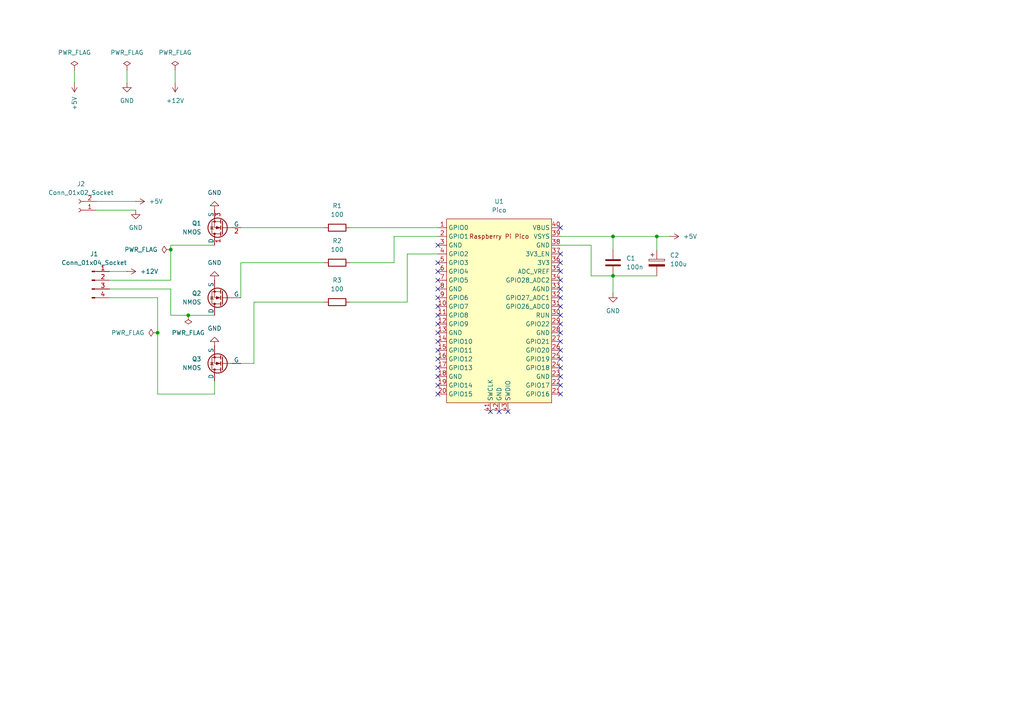
<source format=kicad_sch>
(kicad_sch
	(version 20231120)
	(generator "eeschema")
	(generator_version "8.0")
	(uuid "ae80dfde-1d41-492d-bd07-2b402d4aefbe")
	(paper "A4")
	(title_block
		(title "RPico RGB Lamp")
		(date "2024-08-13")
		(rev "1.0.0")
		(company "Vlad Balmos")
	)
	(lib_symbols
		(symbol "Connector:Conn_01x02_Socket"
			(pin_names
				(offset 1.016) hide)
			(exclude_from_sim no)
			(in_bom yes)
			(on_board yes)
			(property "Reference" "J"
				(at 0 2.54 0)
				(effects
					(font
						(size 1.27 1.27)
					)
				)
			)
			(property "Value" "Conn_01x02_Socket"
				(at 0 -5.08 0)
				(effects
					(font
						(size 1.27 1.27)
					)
				)
			)
			(property "Footprint" ""
				(at 0 0 0)
				(effects
					(font
						(size 1.27 1.27)
					)
					(hide yes)
				)
			)
			(property "Datasheet" "~"
				(at 0 0 0)
				(effects
					(font
						(size 1.27 1.27)
					)
					(hide yes)
				)
			)
			(property "Description" "Generic connector, single row, 01x02, script generated"
				(at 0 0 0)
				(effects
					(font
						(size 1.27 1.27)
					)
					(hide yes)
				)
			)
			(property "ki_locked" ""
				(at 0 0 0)
				(effects
					(font
						(size 1.27 1.27)
					)
				)
			)
			(property "ki_keywords" "connector"
				(at 0 0 0)
				(effects
					(font
						(size 1.27 1.27)
					)
					(hide yes)
				)
			)
			(property "ki_fp_filters" "Connector*:*_1x??_*"
				(at 0 0 0)
				(effects
					(font
						(size 1.27 1.27)
					)
					(hide yes)
				)
			)
			(symbol "Conn_01x02_Socket_1_1"
				(arc
					(start 0 -2.032)
					(mid -0.5058 -2.54)
					(end 0 -3.048)
					(stroke
						(width 0.1524)
						(type default)
					)
					(fill
						(type none)
					)
				)
				(polyline
					(pts
						(xy -1.27 -2.54) (xy -0.508 -2.54)
					)
					(stroke
						(width 0.1524)
						(type default)
					)
					(fill
						(type none)
					)
				)
				(polyline
					(pts
						(xy -1.27 0) (xy -0.508 0)
					)
					(stroke
						(width 0.1524)
						(type default)
					)
					(fill
						(type none)
					)
				)
				(arc
					(start 0 0.508)
					(mid -0.5058 0)
					(end 0 -0.508)
					(stroke
						(width 0.1524)
						(type default)
					)
					(fill
						(type none)
					)
				)
				(pin passive line
					(at -5.08 0 0)
					(length 3.81)
					(name "Pin_1"
						(effects
							(font
								(size 1.27 1.27)
							)
						)
					)
					(number "1"
						(effects
							(font
								(size 1.27 1.27)
							)
						)
					)
				)
				(pin passive line
					(at -5.08 -2.54 0)
					(length 3.81)
					(name "Pin_2"
						(effects
							(font
								(size 1.27 1.27)
							)
						)
					)
					(number "2"
						(effects
							(font
								(size 1.27 1.27)
							)
						)
					)
				)
			)
		)
		(symbol "Connector:Conn_01x04_Pin"
			(pin_names
				(offset 1.016) hide)
			(exclude_from_sim no)
			(in_bom yes)
			(on_board yes)
			(property "Reference" "J"
				(at 0 5.08 0)
				(effects
					(font
						(size 1.27 1.27)
					)
				)
			)
			(property "Value" "Conn_01x04_Pin"
				(at 0 -7.62 0)
				(effects
					(font
						(size 1.27 1.27)
					)
				)
			)
			(property "Footprint" ""
				(at 0 0 0)
				(effects
					(font
						(size 1.27 1.27)
					)
					(hide yes)
				)
			)
			(property "Datasheet" "~"
				(at 0 0 0)
				(effects
					(font
						(size 1.27 1.27)
					)
					(hide yes)
				)
			)
			(property "Description" "Generic connector, single row, 01x04, script generated"
				(at 0 0 0)
				(effects
					(font
						(size 1.27 1.27)
					)
					(hide yes)
				)
			)
			(property "ki_locked" ""
				(at 0 0 0)
				(effects
					(font
						(size 1.27 1.27)
					)
				)
			)
			(property "ki_keywords" "connector"
				(at 0 0 0)
				(effects
					(font
						(size 1.27 1.27)
					)
					(hide yes)
				)
			)
			(property "ki_fp_filters" "Connector*:*_1x??_*"
				(at 0 0 0)
				(effects
					(font
						(size 1.27 1.27)
					)
					(hide yes)
				)
			)
			(symbol "Conn_01x04_Pin_1_1"
				(polyline
					(pts
						(xy 1.27 -5.08) (xy 0.8636 -5.08)
					)
					(stroke
						(width 0.1524)
						(type default)
					)
					(fill
						(type none)
					)
				)
				(polyline
					(pts
						(xy 1.27 -2.54) (xy 0.8636 -2.54)
					)
					(stroke
						(width 0.1524)
						(type default)
					)
					(fill
						(type none)
					)
				)
				(polyline
					(pts
						(xy 1.27 0) (xy 0.8636 0)
					)
					(stroke
						(width 0.1524)
						(type default)
					)
					(fill
						(type none)
					)
				)
				(polyline
					(pts
						(xy 1.27 2.54) (xy 0.8636 2.54)
					)
					(stroke
						(width 0.1524)
						(type default)
					)
					(fill
						(type none)
					)
				)
				(rectangle
					(start 0.8636 -4.953)
					(end 0 -5.207)
					(stroke
						(width 0.1524)
						(type default)
					)
					(fill
						(type outline)
					)
				)
				(rectangle
					(start 0.8636 -2.413)
					(end 0 -2.667)
					(stroke
						(width 0.1524)
						(type default)
					)
					(fill
						(type outline)
					)
				)
				(rectangle
					(start 0.8636 0.127)
					(end 0 -0.127)
					(stroke
						(width 0.1524)
						(type default)
					)
					(fill
						(type outline)
					)
				)
				(rectangle
					(start 0.8636 2.667)
					(end 0 2.413)
					(stroke
						(width 0.1524)
						(type default)
					)
					(fill
						(type outline)
					)
				)
				(pin passive line
					(at 5.08 2.54 180)
					(length 3.81)
					(name "Pin_1"
						(effects
							(font
								(size 1.27 1.27)
							)
						)
					)
					(number "1"
						(effects
							(font
								(size 1.27 1.27)
							)
						)
					)
				)
				(pin passive line
					(at 5.08 0 180)
					(length 3.81)
					(name "Pin_2"
						(effects
							(font
								(size 1.27 1.27)
							)
						)
					)
					(number "2"
						(effects
							(font
								(size 1.27 1.27)
							)
						)
					)
				)
				(pin passive line
					(at 5.08 -2.54 180)
					(length 3.81)
					(name "Pin_3"
						(effects
							(font
								(size 1.27 1.27)
							)
						)
					)
					(number "3"
						(effects
							(font
								(size 1.27 1.27)
							)
						)
					)
				)
				(pin passive line
					(at 5.08 -5.08 180)
					(length 3.81)
					(name "Pin_4"
						(effects
							(font
								(size 1.27 1.27)
							)
						)
					)
					(number "4"
						(effects
							(font
								(size 1.27 1.27)
							)
						)
					)
				)
			)
		)
		(symbol "Device:C"
			(pin_numbers hide)
			(pin_names
				(offset 0.254)
			)
			(exclude_from_sim no)
			(in_bom yes)
			(on_board yes)
			(property "Reference" "C"
				(at 0.635 2.54 0)
				(effects
					(font
						(size 1.27 1.27)
					)
					(justify left)
				)
			)
			(property "Value" "C"
				(at 0.635 -2.54 0)
				(effects
					(font
						(size 1.27 1.27)
					)
					(justify left)
				)
			)
			(property "Footprint" ""
				(at 0.9652 -3.81 0)
				(effects
					(font
						(size 1.27 1.27)
					)
					(hide yes)
				)
			)
			(property "Datasheet" "~"
				(at 0 0 0)
				(effects
					(font
						(size 1.27 1.27)
					)
					(hide yes)
				)
			)
			(property "Description" "Unpolarized capacitor"
				(at 0 0 0)
				(effects
					(font
						(size 1.27 1.27)
					)
					(hide yes)
				)
			)
			(property "ki_keywords" "cap capacitor"
				(at 0 0 0)
				(effects
					(font
						(size 1.27 1.27)
					)
					(hide yes)
				)
			)
			(property "ki_fp_filters" "C_*"
				(at 0 0 0)
				(effects
					(font
						(size 1.27 1.27)
					)
					(hide yes)
				)
			)
			(symbol "C_0_1"
				(polyline
					(pts
						(xy -2.032 -0.762) (xy 2.032 -0.762)
					)
					(stroke
						(width 0.508)
						(type default)
					)
					(fill
						(type none)
					)
				)
				(polyline
					(pts
						(xy -2.032 0.762) (xy 2.032 0.762)
					)
					(stroke
						(width 0.508)
						(type default)
					)
					(fill
						(type none)
					)
				)
			)
			(symbol "C_1_1"
				(pin passive line
					(at 0 3.81 270)
					(length 2.794)
					(name "~"
						(effects
							(font
								(size 1.27 1.27)
							)
						)
					)
					(number "1"
						(effects
							(font
								(size 1.27 1.27)
							)
						)
					)
				)
				(pin passive line
					(at 0 -3.81 90)
					(length 2.794)
					(name "~"
						(effects
							(font
								(size 1.27 1.27)
							)
						)
					)
					(number "2"
						(effects
							(font
								(size 1.27 1.27)
							)
						)
					)
				)
			)
		)
		(symbol "Device:C_Polarized"
			(pin_numbers hide)
			(pin_names
				(offset 0.254)
			)
			(exclude_from_sim no)
			(in_bom yes)
			(on_board yes)
			(property "Reference" "C"
				(at 0.635 2.54 0)
				(effects
					(font
						(size 1.27 1.27)
					)
					(justify left)
				)
			)
			(property "Value" "C_Polarized"
				(at 0.635 -2.54 0)
				(effects
					(font
						(size 1.27 1.27)
					)
					(justify left)
				)
			)
			(property "Footprint" ""
				(at 0.9652 -3.81 0)
				(effects
					(font
						(size 1.27 1.27)
					)
					(hide yes)
				)
			)
			(property "Datasheet" "~"
				(at 0 0 0)
				(effects
					(font
						(size 1.27 1.27)
					)
					(hide yes)
				)
			)
			(property "Description" "Polarized capacitor"
				(at 0 0 0)
				(effects
					(font
						(size 1.27 1.27)
					)
					(hide yes)
				)
			)
			(property "ki_keywords" "cap capacitor"
				(at 0 0 0)
				(effects
					(font
						(size 1.27 1.27)
					)
					(hide yes)
				)
			)
			(property "ki_fp_filters" "CP_*"
				(at 0 0 0)
				(effects
					(font
						(size 1.27 1.27)
					)
					(hide yes)
				)
			)
			(symbol "C_Polarized_0_1"
				(rectangle
					(start -2.286 0.508)
					(end 2.286 1.016)
					(stroke
						(width 0)
						(type default)
					)
					(fill
						(type none)
					)
				)
				(polyline
					(pts
						(xy -1.778 2.286) (xy -0.762 2.286)
					)
					(stroke
						(width 0)
						(type default)
					)
					(fill
						(type none)
					)
				)
				(polyline
					(pts
						(xy -1.27 2.794) (xy -1.27 1.778)
					)
					(stroke
						(width 0)
						(type default)
					)
					(fill
						(type none)
					)
				)
				(rectangle
					(start 2.286 -0.508)
					(end -2.286 -1.016)
					(stroke
						(width 0)
						(type default)
					)
					(fill
						(type outline)
					)
				)
			)
			(symbol "C_Polarized_1_1"
				(pin passive line
					(at 0 3.81 270)
					(length 2.794)
					(name "~"
						(effects
							(font
								(size 1.27 1.27)
							)
						)
					)
					(number "1"
						(effects
							(font
								(size 1.27 1.27)
							)
						)
					)
				)
				(pin passive line
					(at 0 -3.81 90)
					(length 2.794)
					(name "~"
						(effects
							(font
								(size 1.27 1.27)
							)
						)
					)
					(number "2"
						(effects
							(font
								(size 1.27 1.27)
							)
						)
					)
				)
			)
		)
		(symbol "Device:R"
			(pin_numbers hide)
			(pin_names
				(offset 0)
			)
			(exclude_from_sim no)
			(in_bom yes)
			(on_board yes)
			(property "Reference" "R"
				(at 2.032 0 90)
				(effects
					(font
						(size 1.27 1.27)
					)
				)
			)
			(property "Value" "R"
				(at 0 0 90)
				(effects
					(font
						(size 1.27 1.27)
					)
				)
			)
			(property "Footprint" ""
				(at -1.778 0 90)
				(effects
					(font
						(size 1.27 1.27)
					)
					(hide yes)
				)
			)
			(property "Datasheet" "~"
				(at 0 0 0)
				(effects
					(font
						(size 1.27 1.27)
					)
					(hide yes)
				)
			)
			(property "Description" "Resistor"
				(at 0 0 0)
				(effects
					(font
						(size 1.27 1.27)
					)
					(hide yes)
				)
			)
			(property "ki_keywords" "R res resistor"
				(at 0 0 0)
				(effects
					(font
						(size 1.27 1.27)
					)
					(hide yes)
				)
			)
			(property "ki_fp_filters" "R_*"
				(at 0 0 0)
				(effects
					(font
						(size 1.27 1.27)
					)
					(hide yes)
				)
			)
			(symbol "R_0_1"
				(rectangle
					(start -1.016 -2.54)
					(end 1.016 2.54)
					(stroke
						(width 0.254)
						(type default)
					)
					(fill
						(type none)
					)
				)
			)
			(symbol "R_1_1"
				(pin passive line
					(at 0 3.81 270)
					(length 1.27)
					(name "~"
						(effects
							(font
								(size 1.27 1.27)
							)
						)
					)
					(number "1"
						(effects
							(font
								(size 1.27 1.27)
							)
						)
					)
				)
				(pin passive line
					(at 0 -3.81 90)
					(length 1.27)
					(name "~"
						(effects
							(font
								(size 1.27 1.27)
							)
						)
					)
					(number "2"
						(effects
							(font
								(size 1.27 1.27)
							)
						)
					)
				)
			)
		)
		(symbol "MCU_RaspberryPi_and_Boards:Pico"
			(exclude_from_sim no)
			(in_bom yes)
			(on_board yes)
			(property "Reference" "U"
				(at -13.97 27.94 0)
				(effects
					(font
						(size 1.27 1.27)
					)
				)
			)
			(property "Value" "Pico"
				(at 0 19.05 0)
				(effects
					(font
						(size 1.27 1.27)
					)
				)
			)
			(property "Footprint" "RPi_Pico:RPi_Pico_SMD_TH"
				(at 0 0 90)
				(effects
					(font
						(size 1.27 1.27)
					)
					(hide yes)
				)
			)
			(property "Datasheet" ""
				(at 0 0 0)
				(effects
					(font
						(size 1.27 1.27)
					)
					(hide yes)
				)
			)
			(property "Description" ""
				(at 0 0 0)
				(effects
					(font
						(size 1.27 1.27)
					)
					(hide yes)
				)
			)
			(symbol "Pico_0_0"
				(text "Raspberry Pi Pico"
					(at 0 21.59 0)
					(effects
						(font
							(size 1.27 1.27)
						)
					)
				)
			)
			(symbol "Pico_0_1"
				(rectangle
					(start -15.24 26.67)
					(end 15.24 -26.67)
					(stroke
						(width 0)
						(type default)
					)
					(fill
						(type background)
					)
				)
			)
			(symbol "Pico_1_1"
				(pin bidirectional line
					(at -17.78 24.13 0)
					(length 2.54)
					(name "GPIO0"
						(effects
							(font
								(size 1.27 1.27)
							)
						)
					)
					(number "1"
						(effects
							(font
								(size 1.27 1.27)
							)
						)
					)
				)
				(pin bidirectional line
					(at -17.78 1.27 0)
					(length 2.54)
					(name "GPIO7"
						(effects
							(font
								(size 1.27 1.27)
							)
						)
					)
					(number "10"
						(effects
							(font
								(size 1.27 1.27)
							)
						)
					)
				)
				(pin bidirectional line
					(at -17.78 -1.27 0)
					(length 2.54)
					(name "GPIO8"
						(effects
							(font
								(size 1.27 1.27)
							)
						)
					)
					(number "11"
						(effects
							(font
								(size 1.27 1.27)
							)
						)
					)
				)
				(pin bidirectional line
					(at -17.78 -3.81 0)
					(length 2.54)
					(name "GPIO9"
						(effects
							(font
								(size 1.27 1.27)
							)
						)
					)
					(number "12"
						(effects
							(font
								(size 1.27 1.27)
							)
						)
					)
				)
				(pin power_in line
					(at -17.78 -6.35 0)
					(length 2.54)
					(name "GND"
						(effects
							(font
								(size 1.27 1.27)
							)
						)
					)
					(number "13"
						(effects
							(font
								(size 1.27 1.27)
							)
						)
					)
				)
				(pin bidirectional line
					(at -17.78 -8.89 0)
					(length 2.54)
					(name "GPIO10"
						(effects
							(font
								(size 1.27 1.27)
							)
						)
					)
					(number "14"
						(effects
							(font
								(size 1.27 1.27)
							)
						)
					)
				)
				(pin bidirectional line
					(at -17.78 -11.43 0)
					(length 2.54)
					(name "GPIO11"
						(effects
							(font
								(size 1.27 1.27)
							)
						)
					)
					(number "15"
						(effects
							(font
								(size 1.27 1.27)
							)
						)
					)
				)
				(pin bidirectional line
					(at -17.78 -13.97 0)
					(length 2.54)
					(name "GPIO12"
						(effects
							(font
								(size 1.27 1.27)
							)
						)
					)
					(number "16"
						(effects
							(font
								(size 1.27 1.27)
							)
						)
					)
				)
				(pin bidirectional line
					(at -17.78 -16.51 0)
					(length 2.54)
					(name "GPIO13"
						(effects
							(font
								(size 1.27 1.27)
							)
						)
					)
					(number "17"
						(effects
							(font
								(size 1.27 1.27)
							)
						)
					)
				)
				(pin power_in line
					(at -17.78 -19.05 0)
					(length 2.54)
					(name "GND"
						(effects
							(font
								(size 1.27 1.27)
							)
						)
					)
					(number "18"
						(effects
							(font
								(size 1.27 1.27)
							)
						)
					)
				)
				(pin bidirectional line
					(at -17.78 -21.59 0)
					(length 2.54)
					(name "GPIO14"
						(effects
							(font
								(size 1.27 1.27)
							)
						)
					)
					(number "19"
						(effects
							(font
								(size 1.27 1.27)
							)
						)
					)
				)
				(pin bidirectional line
					(at -17.78 21.59 0)
					(length 2.54)
					(name "GPIO1"
						(effects
							(font
								(size 1.27 1.27)
							)
						)
					)
					(number "2"
						(effects
							(font
								(size 1.27 1.27)
							)
						)
					)
				)
				(pin bidirectional line
					(at -17.78 -24.13 0)
					(length 2.54)
					(name "GPIO15"
						(effects
							(font
								(size 1.27 1.27)
							)
						)
					)
					(number "20"
						(effects
							(font
								(size 1.27 1.27)
							)
						)
					)
				)
				(pin bidirectional line
					(at 17.78 -24.13 180)
					(length 2.54)
					(name "GPIO16"
						(effects
							(font
								(size 1.27 1.27)
							)
						)
					)
					(number "21"
						(effects
							(font
								(size 1.27 1.27)
							)
						)
					)
				)
				(pin bidirectional line
					(at 17.78 -21.59 180)
					(length 2.54)
					(name "GPIO17"
						(effects
							(font
								(size 1.27 1.27)
							)
						)
					)
					(number "22"
						(effects
							(font
								(size 1.27 1.27)
							)
						)
					)
				)
				(pin power_in line
					(at 17.78 -19.05 180)
					(length 2.54)
					(name "GND"
						(effects
							(font
								(size 1.27 1.27)
							)
						)
					)
					(number "23"
						(effects
							(font
								(size 1.27 1.27)
							)
						)
					)
				)
				(pin bidirectional line
					(at 17.78 -16.51 180)
					(length 2.54)
					(name "GPIO18"
						(effects
							(font
								(size 1.27 1.27)
							)
						)
					)
					(number "24"
						(effects
							(font
								(size 1.27 1.27)
							)
						)
					)
				)
				(pin bidirectional line
					(at 17.78 -13.97 180)
					(length 2.54)
					(name "GPIO19"
						(effects
							(font
								(size 1.27 1.27)
							)
						)
					)
					(number "25"
						(effects
							(font
								(size 1.27 1.27)
							)
						)
					)
				)
				(pin bidirectional line
					(at 17.78 -11.43 180)
					(length 2.54)
					(name "GPIO20"
						(effects
							(font
								(size 1.27 1.27)
							)
						)
					)
					(number "26"
						(effects
							(font
								(size 1.27 1.27)
							)
						)
					)
				)
				(pin bidirectional line
					(at 17.78 -8.89 180)
					(length 2.54)
					(name "GPIO21"
						(effects
							(font
								(size 1.27 1.27)
							)
						)
					)
					(number "27"
						(effects
							(font
								(size 1.27 1.27)
							)
						)
					)
				)
				(pin power_in line
					(at 17.78 -6.35 180)
					(length 2.54)
					(name "GND"
						(effects
							(font
								(size 1.27 1.27)
							)
						)
					)
					(number "28"
						(effects
							(font
								(size 1.27 1.27)
							)
						)
					)
				)
				(pin bidirectional line
					(at 17.78 -3.81 180)
					(length 2.54)
					(name "GPIO22"
						(effects
							(font
								(size 1.27 1.27)
							)
						)
					)
					(number "29"
						(effects
							(font
								(size 1.27 1.27)
							)
						)
					)
				)
				(pin power_in line
					(at -17.78 19.05 0)
					(length 2.54)
					(name "GND"
						(effects
							(font
								(size 1.27 1.27)
							)
						)
					)
					(number "3"
						(effects
							(font
								(size 1.27 1.27)
							)
						)
					)
				)
				(pin input line
					(at 17.78 -1.27 180)
					(length 2.54)
					(name "RUN"
						(effects
							(font
								(size 1.27 1.27)
							)
						)
					)
					(number "30"
						(effects
							(font
								(size 1.27 1.27)
							)
						)
					)
				)
				(pin bidirectional line
					(at 17.78 1.27 180)
					(length 2.54)
					(name "GPIO26_ADC0"
						(effects
							(font
								(size 1.27 1.27)
							)
						)
					)
					(number "31"
						(effects
							(font
								(size 1.27 1.27)
							)
						)
					)
				)
				(pin bidirectional line
					(at 17.78 3.81 180)
					(length 2.54)
					(name "GPIO27_ADC1"
						(effects
							(font
								(size 1.27 1.27)
							)
						)
					)
					(number "32"
						(effects
							(font
								(size 1.27 1.27)
							)
						)
					)
				)
				(pin power_in line
					(at 17.78 6.35 180)
					(length 2.54)
					(name "AGND"
						(effects
							(font
								(size 1.27 1.27)
							)
						)
					)
					(number "33"
						(effects
							(font
								(size 1.27 1.27)
							)
						)
					)
				)
				(pin bidirectional line
					(at 17.78 8.89 180)
					(length 2.54)
					(name "GPIO28_ADC2"
						(effects
							(font
								(size 1.27 1.27)
							)
						)
					)
					(number "34"
						(effects
							(font
								(size 1.27 1.27)
							)
						)
					)
				)
				(pin power_in line
					(at 17.78 11.43 180)
					(length 2.54)
					(name "ADC_VREF"
						(effects
							(font
								(size 1.27 1.27)
							)
						)
					)
					(number "35"
						(effects
							(font
								(size 1.27 1.27)
							)
						)
					)
				)
				(pin power_in line
					(at 17.78 13.97 180)
					(length 2.54)
					(name "3V3"
						(effects
							(font
								(size 1.27 1.27)
							)
						)
					)
					(number "36"
						(effects
							(font
								(size 1.27 1.27)
							)
						)
					)
				)
				(pin input line
					(at 17.78 16.51 180)
					(length 2.54)
					(name "3V3_EN"
						(effects
							(font
								(size 1.27 1.27)
							)
						)
					)
					(number "37"
						(effects
							(font
								(size 1.27 1.27)
							)
						)
					)
				)
				(pin bidirectional line
					(at 17.78 19.05 180)
					(length 2.54)
					(name "GND"
						(effects
							(font
								(size 1.27 1.27)
							)
						)
					)
					(number "38"
						(effects
							(font
								(size 1.27 1.27)
							)
						)
					)
				)
				(pin power_in line
					(at 17.78 21.59 180)
					(length 2.54)
					(name "VSYS"
						(effects
							(font
								(size 1.27 1.27)
							)
						)
					)
					(number "39"
						(effects
							(font
								(size 1.27 1.27)
							)
						)
					)
				)
				(pin bidirectional line
					(at -17.78 16.51 0)
					(length 2.54)
					(name "GPIO2"
						(effects
							(font
								(size 1.27 1.27)
							)
						)
					)
					(number "4"
						(effects
							(font
								(size 1.27 1.27)
							)
						)
					)
				)
				(pin power_in line
					(at 17.78 24.13 180)
					(length 2.54)
					(name "VBUS"
						(effects
							(font
								(size 1.27 1.27)
							)
						)
					)
					(number "40"
						(effects
							(font
								(size 1.27 1.27)
							)
						)
					)
				)
				(pin input line
					(at -2.54 -29.21 90)
					(length 2.54)
					(name "SWCLK"
						(effects
							(font
								(size 1.27 1.27)
							)
						)
					)
					(number "41"
						(effects
							(font
								(size 1.27 1.27)
							)
						)
					)
				)
				(pin power_in line
					(at 0 -29.21 90)
					(length 2.54)
					(name "GND"
						(effects
							(font
								(size 1.27 1.27)
							)
						)
					)
					(number "42"
						(effects
							(font
								(size 1.27 1.27)
							)
						)
					)
				)
				(pin bidirectional line
					(at 2.54 -29.21 90)
					(length 2.54)
					(name "SWDIO"
						(effects
							(font
								(size 1.27 1.27)
							)
						)
					)
					(number "43"
						(effects
							(font
								(size 1.27 1.27)
							)
						)
					)
				)
				(pin bidirectional line
					(at -17.78 13.97 0)
					(length 2.54)
					(name "GPIO3"
						(effects
							(font
								(size 1.27 1.27)
							)
						)
					)
					(number "5"
						(effects
							(font
								(size 1.27 1.27)
							)
						)
					)
				)
				(pin bidirectional line
					(at -17.78 11.43 0)
					(length 2.54)
					(name "GPIO4"
						(effects
							(font
								(size 1.27 1.27)
							)
						)
					)
					(number "6"
						(effects
							(font
								(size 1.27 1.27)
							)
						)
					)
				)
				(pin bidirectional line
					(at -17.78 8.89 0)
					(length 2.54)
					(name "GPIO5"
						(effects
							(font
								(size 1.27 1.27)
							)
						)
					)
					(number "7"
						(effects
							(font
								(size 1.27 1.27)
							)
						)
					)
				)
				(pin power_in line
					(at -17.78 6.35 0)
					(length 2.54)
					(name "GND"
						(effects
							(font
								(size 1.27 1.27)
							)
						)
					)
					(number "8"
						(effects
							(font
								(size 1.27 1.27)
							)
						)
					)
				)
				(pin bidirectional line
					(at -17.78 3.81 0)
					(length 2.54)
					(name "GPIO6"
						(effects
							(font
								(size 1.27 1.27)
							)
						)
					)
					(number "9"
						(effects
							(font
								(size 1.27 1.27)
							)
						)
					)
				)
			)
		)
		(symbol "NMOS_1"
			(pin_names
				(offset 0)
			)
			(exclude_from_sim no)
			(in_bom yes)
			(on_board yes)
			(property "Reference" "Q"
				(at 5.08 1.27 0)
				(effects
					(font
						(size 1.27 1.27)
					)
					(justify left)
				)
			)
			(property "Value" "NMOS"
				(at 5.08 -1.27 0)
				(effects
					(font
						(size 1.27 1.27)
					)
					(justify left)
				)
			)
			(property "Footprint" ""
				(at 5.08 2.54 0)
				(effects
					(font
						(size 1.27 1.27)
					)
					(hide yes)
				)
			)
			(property "Datasheet" "https://ngspice.sourceforge.io/docs/ngspice-html-manual/manual.xhtml#cha_MOSFETs"
				(at 0 -12.7 0)
				(effects
					(font
						(size 1.27 1.27)
					)
					(hide yes)
				)
			)
			(property "Description" "N-MOSFET transistor, drain/source/gate"
				(at 0 0 0)
				(effects
					(font
						(size 1.27 1.27)
					)
					(hide yes)
				)
			)
			(property "Sim.Device" "NMOS"
				(at 0 -17.145 0)
				(effects
					(font
						(size 1.27 1.27)
					)
					(hide yes)
				)
			)
			(property "Sim.Type" "VDMOS"
				(at 0 -19.05 0)
				(effects
					(font
						(size 1.27 1.27)
					)
					(hide yes)
				)
			)
			(property "Sim.Pins" "1=D 2=G 3=S"
				(at 0 -15.24 0)
				(effects
					(font
						(size 1.27 1.27)
					)
					(hide yes)
				)
			)
			(property "ki_keywords" "transistor NMOS N-MOS N-MOSFET simulation"
				(at 0 0 0)
				(effects
					(font
						(size 1.27 1.27)
					)
					(hide yes)
				)
			)
			(symbol "NMOS_1_0_1"
				(polyline
					(pts
						(xy 0.254 0) (xy -2.54 0)
					)
					(stroke
						(width 0)
						(type default)
					)
					(fill
						(type none)
					)
				)
				(polyline
					(pts
						(xy 0.254 1.905) (xy 0.254 -1.905)
					)
					(stroke
						(width 0.254)
						(type default)
					)
					(fill
						(type none)
					)
				)
				(polyline
					(pts
						(xy 0.762 -1.27) (xy 0.762 -2.286)
					)
					(stroke
						(width 0.254)
						(type default)
					)
					(fill
						(type none)
					)
				)
				(polyline
					(pts
						(xy 0.762 0.508) (xy 0.762 -0.508)
					)
					(stroke
						(width 0.254)
						(type default)
					)
					(fill
						(type none)
					)
				)
				(polyline
					(pts
						(xy 0.762 2.286) (xy 0.762 1.27)
					)
					(stroke
						(width 0.254)
						(type default)
					)
					(fill
						(type none)
					)
				)
				(polyline
					(pts
						(xy 2.54 2.54) (xy 2.54 1.778)
					)
					(stroke
						(width 0)
						(type default)
					)
					(fill
						(type none)
					)
				)
				(polyline
					(pts
						(xy 2.54 -2.54) (xy 2.54 0) (xy 0.762 0)
					)
					(stroke
						(width 0)
						(type default)
					)
					(fill
						(type none)
					)
				)
				(polyline
					(pts
						(xy 0.762 -1.778) (xy 3.302 -1.778) (xy 3.302 1.778) (xy 0.762 1.778)
					)
					(stroke
						(width 0)
						(type default)
					)
					(fill
						(type none)
					)
				)
				(polyline
					(pts
						(xy 1.016 0) (xy 2.032 0.381) (xy 2.032 -0.381) (xy 1.016 0)
					)
					(stroke
						(width 0)
						(type default)
					)
					(fill
						(type outline)
					)
				)
				(polyline
					(pts
						(xy 2.794 0.508) (xy 2.921 0.381) (xy 3.683 0.381) (xy 3.81 0.254)
					)
					(stroke
						(width 0)
						(type default)
					)
					(fill
						(type none)
					)
				)
				(polyline
					(pts
						(xy 3.302 0.381) (xy 2.921 -0.254) (xy 3.683 -0.254) (xy 3.302 0.381)
					)
					(stroke
						(width 0)
						(type default)
					)
					(fill
						(type none)
					)
				)
				(circle
					(center 1.651 0)
					(radius 2.794)
					(stroke
						(width 0.254)
						(type default)
					)
					(fill
						(type none)
					)
				)
				(circle
					(center 2.54 -1.778)
					(radius 0.254)
					(stroke
						(width 0)
						(type default)
					)
					(fill
						(type outline)
					)
				)
				(circle
					(center 2.54 1.778)
					(radius 0.254)
					(stroke
						(width 0)
						(type default)
					)
					(fill
						(type outline)
					)
				)
			)
			(symbol "NMOS_1_1_1"
				(pin passive line
					(at 2.54 5.08 270)
					(length 2.54)
					(name "D"
						(effects
							(font
								(size 1.27 1.27)
							)
						)
					)
					(number "1"
						(effects
							(font
								(size 1.27 1.27)
							)
						)
					)
				)
				(pin input line
					(at -5.08 0 0)
					(length 2.54)
					(name "G"
						(effects
							(font
								(size 1.27 1.27)
							)
						)
					)
					(number "2"
						(effects
							(font
								(size 1.27 1.27)
							)
						)
					)
				)
				(pin passive line
					(at 2.54 -5.08 90)
					(length 2.54)
					(name "S"
						(effects
							(font
								(size 1.27 1.27)
							)
						)
					)
					(number "3"
						(effects
							(font
								(size 1.27 1.27)
							)
						)
					)
				)
			)
		)
		(symbol "Simulation_SPICE:NMOS"
			(pin_numbers hide)
			(pin_names
				(offset 0)
			)
			(exclude_from_sim no)
			(in_bom yes)
			(on_board yes)
			(property "Reference" "Q"
				(at 5.08 1.27 0)
				(effects
					(font
						(size 1.27 1.27)
					)
					(justify left)
				)
			)
			(property "Value" "NMOS"
				(at 5.08 -1.27 0)
				(effects
					(font
						(size 1.27 1.27)
					)
					(justify left)
				)
			)
			(property "Footprint" ""
				(at 5.08 2.54 0)
				(effects
					(font
						(size 1.27 1.27)
					)
					(hide yes)
				)
			)
			(property "Datasheet" "https://ngspice.sourceforge.io/docs/ngspice-html-manual/manual.xhtml#cha_MOSFETs"
				(at 0 -12.7 0)
				(effects
					(font
						(size 1.27 1.27)
					)
					(hide yes)
				)
			)
			(property "Description" "N-MOSFET transistor, drain/source/gate"
				(at 0 0 0)
				(effects
					(font
						(size 1.27 1.27)
					)
					(hide yes)
				)
			)
			(property "Sim.Device" "NMOS"
				(at 0 -17.145 0)
				(effects
					(font
						(size 1.27 1.27)
					)
					(hide yes)
				)
			)
			(property "Sim.Type" "VDMOS"
				(at 0 -19.05 0)
				(effects
					(font
						(size 1.27 1.27)
					)
					(hide yes)
				)
			)
			(property "Sim.Pins" "1=D 2=G 3=S"
				(at 0 -15.24 0)
				(effects
					(font
						(size 1.27 1.27)
					)
					(hide yes)
				)
			)
			(property "ki_keywords" "transistor NMOS N-MOS N-MOSFET simulation"
				(at 0 0 0)
				(effects
					(font
						(size 1.27 1.27)
					)
					(hide yes)
				)
			)
			(symbol "NMOS_0_1"
				(polyline
					(pts
						(xy 0.254 0) (xy -2.54 0)
					)
					(stroke
						(width 0)
						(type default)
					)
					(fill
						(type none)
					)
				)
				(polyline
					(pts
						(xy 0.254 1.905) (xy 0.254 -1.905)
					)
					(stroke
						(width 0.254)
						(type default)
					)
					(fill
						(type none)
					)
				)
				(polyline
					(pts
						(xy 0.762 -1.27) (xy 0.762 -2.286)
					)
					(stroke
						(width 0.254)
						(type default)
					)
					(fill
						(type none)
					)
				)
				(polyline
					(pts
						(xy 0.762 0.508) (xy 0.762 -0.508)
					)
					(stroke
						(width 0.254)
						(type default)
					)
					(fill
						(type none)
					)
				)
				(polyline
					(pts
						(xy 0.762 2.286) (xy 0.762 1.27)
					)
					(stroke
						(width 0.254)
						(type default)
					)
					(fill
						(type none)
					)
				)
				(polyline
					(pts
						(xy 2.54 2.54) (xy 2.54 1.778)
					)
					(stroke
						(width 0)
						(type default)
					)
					(fill
						(type none)
					)
				)
				(polyline
					(pts
						(xy 2.54 -2.54) (xy 2.54 0) (xy 0.762 0)
					)
					(stroke
						(width 0)
						(type default)
					)
					(fill
						(type none)
					)
				)
				(polyline
					(pts
						(xy 0.762 -1.778) (xy 3.302 -1.778) (xy 3.302 1.778) (xy 0.762 1.778)
					)
					(stroke
						(width 0)
						(type default)
					)
					(fill
						(type none)
					)
				)
				(polyline
					(pts
						(xy 1.016 0) (xy 2.032 0.381) (xy 2.032 -0.381) (xy 1.016 0)
					)
					(stroke
						(width 0)
						(type default)
					)
					(fill
						(type outline)
					)
				)
				(polyline
					(pts
						(xy 2.794 0.508) (xy 2.921 0.381) (xy 3.683 0.381) (xy 3.81 0.254)
					)
					(stroke
						(width 0)
						(type default)
					)
					(fill
						(type none)
					)
				)
				(polyline
					(pts
						(xy 3.302 0.381) (xy 2.921 -0.254) (xy 3.683 -0.254) (xy 3.302 0.381)
					)
					(stroke
						(width 0)
						(type default)
					)
					(fill
						(type none)
					)
				)
				(circle
					(center 1.651 0)
					(radius 2.794)
					(stroke
						(width 0.254)
						(type default)
					)
					(fill
						(type none)
					)
				)
				(circle
					(center 2.54 -1.778)
					(radius 0.254)
					(stroke
						(width 0)
						(type default)
					)
					(fill
						(type outline)
					)
				)
				(circle
					(center 2.54 1.778)
					(radius 0.254)
					(stroke
						(width 0)
						(type default)
					)
					(fill
						(type outline)
					)
				)
			)
			(symbol "NMOS_1_1"
				(pin passive line
					(at 2.54 5.08 270)
					(length 2.54)
					(name "D"
						(effects
							(font
								(size 1.27 1.27)
							)
						)
					)
					(number "1"
						(effects
							(font
								(size 1.27 1.27)
							)
						)
					)
				)
				(pin input line
					(at -5.08 0 0)
					(length 2.54)
					(name "G"
						(effects
							(font
								(size 1.27 1.27)
							)
						)
					)
					(number "2"
						(effects
							(font
								(size 1.27 1.27)
							)
						)
					)
				)
				(pin passive line
					(at 2.54 -5.08 90)
					(length 2.54)
					(name "S"
						(effects
							(font
								(size 1.27 1.27)
							)
						)
					)
					(number "3"
						(effects
							(font
								(size 1.27 1.27)
							)
						)
					)
				)
			)
		)
		(symbol "power:+12V"
			(power)
			(pin_numbers hide)
			(pin_names
				(offset 0) hide)
			(exclude_from_sim no)
			(in_bom yes)
			(on_board yes)
			(property "Reference" "#PWR"
				(at 0 -3.81 0)
				(effects
					(font
						(size 1.27 1.27)
					)
					(hide yes)
				)
			)
			(property "Value" "+12V"
				(at 0 3.556 0)
				(effects
					(font
						(size 1.27 1.27)
					)
				)
			)
			(property "Footprint" ""
				(at 0 0 0)
				(effects
					(font
						(size 1.27 1.27)
					)
					(hide yes)
				)
			)
			(property "Datasheet" ""
				(at 0 0 0)
				(effects
					(font
						(size 1.27 1.27)
					)
					(hide yes)
				)
			)
			(property "Description" "Power symbol creates a global label with name \"+12V\""
				(at 0 0 0)
				(effects
					(font
						(size 1.27 1.27)
					)
					(hide yes)
				)
			)
			(property "ki_keywords" "global power"
				(at 0 0 0)
				(effects
					(font
						(size 1.27 1.27)
					)
					(hide yes)
				)
			)
			(symbol "+12V_0_1"
				(polyline
					(pts
						(xy -0.762 1.27) (xy 0 2.54)
					)
					(stroke
						(width 0)
						(type default)
					)
					(fill
						(type none)
					)
				)
				(polyline
					(pts
						(xy 0 0) (xy 0 2.54)
					)
					(stroke
						(width 0)
						(type default)
					)
					(fill
						(type none)
					)
				)
				(polyline
					(pts
						(xy 0 2.54) (xy 0.762 1.27)
					)
					(stroke
						(width 0)
						(type default)
					)
					(fill
						(type none)
					)
				)
			)
			(symbol "+12V_1_1"
				(pin power_in line
					(at 0 0 90)
					(length 0)
					(name "~"
						(effects
							(font
								(size 1.27 1.27)
							)
						)
					)
					(number "1"
						(effects
							(font
								(size 1.27 1.27)
							)
						)
					)
				)
			)
		)
		(symbol "power:+5V"
			(power)
			(pin_numbers hide)
			(pin_names
				(offset 0) hide)
			(exclude_from_sim no)
			(in_bom yes)
			(on_board yes)
			(property "Reference" "#PWR"
				(at 0 -3.81 0)
				(effects
					(font
						(size 1.27 1.27)
					)
					(hide yes)
				)
			)
			(property "Value" "+5V"
				(at 0 3.556 0)
				(effects
					(font
						(size 1.27 1.27)
					)
				)
			)
			(property "Footprint" ""
				(at 0 0 0)
				(effects
					(font
						(size 1.27 1.27)
					)
					(hide yes)
				)
			)
			(property "Datasheet" ""
				(at 0 0 0)
				(effects
					(font
						(size 1.27 1.27)
					)
					(hide yes)
				)
			)
			(property "Description" "Power symbol creates a global label with name \"+5V\""
				(at 0 0 0)
				(effects
					(font
						(size 1.27 1.27)
					)
					(hide yes)
				)
			)
			(property "ki_keywords" "global power"
				(at 0 0 0)
				(effects
					(font
						(size 1.27 1.27)
					)
					(hide yes)
				)
			)
			(symbol "+5V_0_1"
				(polyline
					(pts
						(xy -0.762 1.27) (xy 0 2.54)
					)
					(stroke
						(width 0)
						(type default)
					)
					(fill
						(type none)
					)
				)
				(polyline
					(pts
						(xy 0 0) (xy 0 2.54)
					)
					(stroke
						(width 0)
						(type default)
					)
					(fill
						(type none)
					)
				)
				(polyline
					(pts
						(xy 0 2.54) (xy 0.762 1.27)
					)
					(stroke
						(width 0)
						(type default)
					)
					(fill
						(type none)
					)
				)
			)
			(symbol "+5V_1_1"
				(pin power_in line
					(at 0 0 90)
					(length 0)
					(name "~"
						(effects
							(font
								(size 1.27 1.27)
							)
						)
					)
					(number "1"
						(effects
							(font
								(size 1.27 1.27)
							)
						)
					)
				)
			)
		)
		(symbol "power:GND"
			(power)
			(pin_numbers hide)
			(pin_names
				(offset 0) hide)
			(exclude_from_sim no)
			(in_bom yes)
			(on_board yes)
			(property "Reference" "#PWR"
				(at 0 -6.35 0)
				(effects
					(font
						(size 1.27 1.27)
					)
					(hide yes)
				)
			)
			(property "Value" "GND"
				(at 0 -3.81 0)
				(effects
					(font
						(size 1.27 1.27)
					)
				)
			)
			(property "Footprint" ""
				(at 0 0 0)
				(effects
					(font
						(size 1.27 1.27)
					)
					(hide yes)
				)
			)
			(property "Datasheet" ""
				(at 0 0 0)
				(effects
					(font
						(size 1.27 1.27)
					)
					(hide yes)
				)
			)
			(property "Description" "Power symbol creates a global label with name \"GND\" , ground"
				(at 0 0 0)
				(effects
					(font
						(size 1.27 1.27)
					)
					(hide yes)
				)
			)
			(property "ki_keywords" "global power"
				(at 0 0 0)
				(effects
					(font
						(size 1.27 1.27)
					)
					(hide yes)
				)
			)
			(symbol "GND_0_1"
				(polyline
					(pts
						(xy 0 0) (xy 0 -1.27) (xy 1.27 -1.27) (xy 0 -2.54) (xy -1.27 -1.27) (xy 0 -1.27)
					)
					(stroke
						(width 0)
						(type default)
					)
					(fill
						(type none)
					)
				)
			)
			(symbol "GND_1_1"
				(pin power_in line
					(at 0 0 270)
					(length 0)
					(name "~"
						(effects
							(font
								(size 1.27 1.27)
							)
						)
					)
					(number "1"
						(effects
							(font
								(size 1.27 1.27)
							)
						)
					)
				)
			)
		)
		(symbol "power:PWR_FLAG"
			(power)
			(pin_numbers hide)
			(pin_names
				(offset 0) hide)
			(exclude_from_sim no)
			(in_bom yes)
			(on_board yes)
			(property "Reference" "#FLG"
				(at 0 1.905 0)
				(effects
					(font
						(size 1.27 1.27)
					)
					(hide yes)
				)
			)
			(property "Value" "PWR_FLAG"
				(at 0 3.81 0)
				(effects
					(font
						(size 1.27 1.27)
					)
				)
			)
			(property "Footprint" ""
				(at 0 0 0)
				(effects
					(font
						(size 1.27 1.27)
					)
					(hide yes)
				)
			)
			(property "Datasheet" "~"
				(at 0 0 0)
				(effects
					(font
						(size 1.27 1.27)
					)
					(hide yes)
				)
			)
			(property "Description" "Special symbol for telling ERC where power comes from"
				(at 0 0 0)
				(effects
					(font
						(size 1.27 1.27)
					)
					(hide yes)
				)
			)
			(property "ki_keywords" "flag power"
				(at 0 0 0)
				(effects
					(font
						(size 1.27 1.27)
					)
					(hide yes)
				)
			)
			(symbol "PWR_FLAG_0_0"
				(pin power_out line
					(at 0 0 90)
					(length 0)
					(name "~"
						(effects
							(font
								(size 1.27 1.27)
							)
						)
					)
					(number "1"
						(effects
							(font
								(size 1.27 1.27)
							)
						)
					)
				)
			)
			(symbol "PWR_FLAG_0_1"
				(polyline
					(pts
						(xy 0 0) (xy 0 1.27) (xy -1.016 1.905) (xy 0 2.54) (xy 1.016 1.905) (xy 0 1.27)
					)
					(stroke
						(width 0)
						(type default)
					)
					(fill
						(type none)
					)
				)
			)
		)
	)
	(junction
		(at 177.8 80.01)
		(diameter 0)
		(color 0 0 0 0)
		(uuid "3085da4c-5217-43da-9fe9-77e81903c635")
	)
	(junction
		(at 54.61 91.44)
		(diameter 0)
		(color 0 0 0 0)
		(uuid "3af42eba-3f79-45ee-bb94-3e8110ee0879")
	)
	(junction
		(at 49.53 72.39)
		(diameter 0)
		(color 0 0 0 0)
		(uuid "53f6e6ba-df6c-4974-bbf6-411944ea77b0")
	)
	(junction
		(at 45.72 96.52)
		(diameter 0)
		(color 0 0 0 0)
		(uuid "6c3436e3-5362-4a55-ab15-96d50d9ecad9")
	)
	(junction
		(at 190.5 68.58)
		(diameter 0)
		(color 0 0 0 0)
		(uuid "766a88fd-5982-48c4-94b4-26a1728cce83")
	)
	(junction
		(at 177.8 68.58)
		(diameter 0)
		(color 0 0 0 0)
		(uuid "849ce15f-d608-461c-8784-6d933b28611d")
	)
	(no_connect
		(at 162.56 106.68)
		(uuid "0ddba927-05b4-48f5-befb-da24c10fb0b8")
	)
	(no_connect
		(at 127 83.82)
		(uuid "118185e8-fcb0-40ca-af4d-d36677eb537d")
	)
	(no_connect
		(at 162.56 88.9)
		(uuid "257762d6-088c-4f0f-b989-d35cfb238310")
	)
	(no_connect
		(at 127 106.68)
		(uuid "27465632-927f-4976-8a4d-698b93d03d66")
	)
	(no_connect
		(at 127 76.2)
		(uuid "27e4b30a-95a6-45f1-b7ef-3fa065e263b0")
	)
	(no_connect
		(at 147.32 119.38)
		(uuid "29717c13-7bf8-4593-859f-514d1eb69e1a")
	)
	(no_connect
		(at 127 71.12)
		(uuid "2a827bf2-c601-486b-86c4-db1f31db9331")
	)
	(no_connect
		(at 162.56 81.28)
		(uuid "3150263d-571b-4a92-b56b-b875ca226dd1")
	)
	(no_connect
		(at 162.56 83.82)
		(uuid "37d80a9e-9759-4892-a752-c14c4c68e4af")
	)
	(no_connect
		(at 162.56 99.06)
		(uuid "3a4cdba8-da72-4764-8634-ba2888e7c1a5")
	)
	(no_connect
		(at 127 93.98)
		(uuid "3bcd50a3-b27e-4651-a8e9-3247c6c91833")
	)
	(no_connect
		(at 162.56 93.98)
		(uuid "50a399f9-4132-48d5-8304-444ea8867c5b")
	)
	(no_connect
		(at 162.56 91.44)
		(uuid "5796304f-5511-413a-a38a-95ff07247fa6")
	)
	(no_connect
		(at 162.56 76.2)
		(uuid "58bb35dc-6a8f-4bbd-8575-cf2fca815753")
	)
	(no_connect
		(at 127 111.76)
		(uuid "58bb801a-ffd2-4788-8f56-eca49b2dceaf")
	)
	(no_connect
		(at 144.78 119.38)
		(uuid "596ea521-a8e9-4272-a573-5e6158876e0b")
	)
	(no_connect
		(at 127 86.36)
		(uuid "62d0179c-6175-41aa-846b-e4bea231948f")
	)
	(no_connect
		(at 162.56 104.14)
		(uuid "6d806510-dc48-4af9-8bd4-55ace0fdb3c6")
	)
	(no_connect
		(at 127 114.3)
		(uuid "8895754d-a540-473c-8b85-cde3bd907439")
	)
	(no_connect
		(at 162.56 73.66)
		(uuid "89c9e1b7-80e6-4f1d-94b7-b8be47aa58d2")
	)
	(no_connect
		(at 162.56 96.52)
		(uuid "8b01f336-8838-4d6a-9f81-35d6a9a9ac4f")
	)
	(no_connect
		(at 162.56 109.22)
		(uuid "92211bc3-5c0f-4f60-a3ff-70e0701ed0d0")
	)
	(no_connect
		(at 127 88.9)
		(uuid "93975dca-aeb4-4553-9760-d685d22b8556")
	)
	(no_connect
		(at 162.56 78.74)
		(uuid "95650486-9092-40c3-9926-de3b7b514b6d")
	)
	(no_connect
		(at 127 101.6)
		(uuid "9f47f636-7f03-437c-93ab-182eb4e9f35c")
	)
	(no_connect
		(at 127 91.44)
		(uuid "9f6ffc12-14d7-416c-bc6d-19418a6b9524")
	)
	(no_connect
		(at 162.56 66.04)
		(uuid "a12db40e-bda4-482d-a70c-46880dc8824c")
	)
	(no_connect
		(at 127 81.28)
		(uuid "a33d689d-d621-4cb0-a1d2-9d4bfe1dfdb9")
	)
	(no_connect
		(at 142.24 119.38)
		(uuid "a42cbb80-42db-40ab-b03d-29e2b8bda030")
	)
	(no_connect
		(at 127 96.52)
		(uuid "bd9ae31f-185b-4470-9260-4b7e20ec847e")
	)
	(no_connect
		(at 127 99.06)
		(uuid "cb7eff1c-c8c9-4866-8c8c-cc02a8280ad1")
	)
	(no_connect
		(at 162.56 86.36)
		(uuid "d7d6e844-c6f4-404f-948a-c79f9a5e55d4")
	)
	(no_connect
		(at 162.56 111.76)
		(uuid "dfd44f68-a266-4f86-b284-2b7c29021e9e")
	)
	(no_connect
		(at 127 109.22)
		(uuid "e68a3f69-9393-4b83-b701-485061ffe8df")
	)
	(no_connect
		(at 127 104.14)
		(uuid "e7a6701c-c088-478a-b307-86ab3a0ec7c0")
	)
	(no_connect
		(at 127 78.74)
		(uuid "edaf440d-5d04-466f-9cd3-2d610d7f0098")
	)
	(no_connect
		(at 162.56 101.6)
		(uuid "f6f757ad-4e84-434d-b1ac-6876288fe450")
	)
	(no_connect
		(at 162.56 114.3)
		(uuid "fd666b61-7b9e-4f17-a3f1-696c405f02fb")
	)
	(wire
		(pts
			(xy 45.72 114.3) (xy 62.23 114.3)
		)
		(stroke
			(width 0)
			(type default)
		)
		(uuid "037beb7b-be5d-41ed-a497-3f14d7dcc647")
	)
	(wire
		(pts
			(xy 31.75 81.28) (xy 49.53 81.28)
		)
		(stroke
			(width 0)
			(type default)
		)
		(uuid "1594a456-edf3-4a02-973f-22b72a979896")
	)
	(wire
		(pts
			(xy 45.72 86.36) (xy 45.72 96.52)
		)
		(stroke
			(width 0)
			(type default)
		)
		(uuid "1bfe0d28-7a2c-4cce-b88d-a97f4ba8eb59")
	)
	(wire
		(pts
			(xy 114.3 68.58) (xy 127 68.58)
		)
		(stroke
			(width 0)
			(type default)
		)
		(uuid "1d05051d-aba8-4e10-86f8-efea612d3561")
	)
	(wire
		(pts
			(xy 171.45 80.01) (xy 177.8 80.01)
		)
		(stroke
			(width 0)
			(type default)
		)
		(uuid "1eebfc35-a97f-4d68-a416-d7b59203dd7d")
	)
	(wire
		(pts
			(xy 190.5 68.58) (xy 190.5 72.39)
		)
		(stroke
			(width 0)
			(type default)
		)
		(uuid "22c4562f-5561-462c-801b-0089250b188a")
	)
	(wire
		(pts
			(xy 49.53 81.28) (xy 49.53 72.39)
		)
		(stroke
			(width 0)
			(type default)
		)
		(uuid "2b0aee05-e691-4b85-9b6a-d5c473ffd97c")
	)
	(wire
		(pts
			(xy 177.8 68.58) (xy 190.5 68.58)
		)
		(stroke
			(width 0)
			(type default)
		)
		(uuid "2bba973e-99de-410a-b62c-f8c4c8b05471")
	)
	(wire
		(pts
			(xy 69.85 86.36) (xy 69.85 76.2)
		)
		(stroke
			(width 0)
			(type default)
		)
		(uuid "2c5f5915-94ab-44c4-b703-6600ee184326")
	)
	(wire
		(pts
			(xy 45.72 96.52) (xy 45.72 114.3)
		)
		(stroke
			(width 0)
			(type default)
		)
		(uuid "2db48936-e680-4f80-880f-7a6b5a017dcf")
	)
	(wire
		(pts
			(xy 177.8 68.58) (xy 177.8 72.39)
		)
		(stroke
			(width 0)
			(type default)
		)
		(uuid "37084aae-e149-4c17-9ddf-fa802d7ad6f2")
	)
	(wire
		(pts
			(xy 36.83 20.32) (xy 36.83 24.13)
		)
		(stroke
			(width 0)
			(type default)
		)
		(uuid "38bb05a7-841b-432f-9ae5-8095203b5fdd")
	)
	(wire
		(pts
			(xy 31.75 78.74) (xy 36.83 78.74)
		)
		(stroke
			(width 0)
			(type default)
		)
		(uuid "41d1a50f-daef-4a9e-bf7e-cc3d9ab11b01")
	)
	(wire
		(pts
			(xy 31.75 86.36) (xy 45.72 86.36)
		)
		(stroke
			(width 0)
			(type default)
		)
		(uuid "45b12c1a-7c04-4eae-a8a2-a4e0758f0fea")
	)
	(wire
		(pts
			(xy 101.6 66.04) (xy 127 66.04)
		)
		(stroke
			(width 0)
			(type default)
		)
		(uuid "45c09b2a-69d4-49c8-8163-841139ef03ae")
	)
	(wire
		(pts
			(xy 73.66 105.41) (xy 73.66 87.63)
		)
		(stroke
			(width 0)
			(type default)
		)
		(uuid "4ceeffd7-e281-4922-af0a-193602c6ffd5")
	)
	(wire
		(pts
			(xy 162.56 68.58) (xy 177.8 68.58)
		)
		(stroke
			(width 0)
			(type default)
		)
		(uuid "4ea492d9-3f68-4cdc-a88a-25c40bf4e03a")
	)
	(wire
		(pts
			(xy 27.94 60.96) (xy 39.37 60.96)
		)
		(stroke
			(width 0)
			(type default)
		)
		(uuid "4f071807-c35f-4160-ace0-fe6f4578ef85")
	)
	(wire
		(pts
			(xy 27.94 58.42) (xy 39.37 58.42)
		)
		(stroke
			(width 0)
			(type default)
		)
		(uuid "57fdb2a0-1487-44f4-b73d-4339495d398d")
	)
	(wire
		(pts
			(xy 101.6 87.63) (xy 118.11 87.63)
		)
		(stroke
			(width 0)
			(type default)
		)
		(uuid "5d924bc3-5d54-4f67-a41a-987e8a53f4b3")
	)
	(wire
		(pts
			(xy 118.11 87.63) (xy 118.11 73.66)
		)
		(stroke
			(width 0)
			(type default)
		)
		(uuid "647195f7-97d6-451c-b750-8b4d868b9612")
	)
	(wire
		(pts
			(xy 114.3 76.2) (xy 114.3 68.58)
		)
		(stroke
			(width 0)
			(type default)
		)
		(uuid "6716edd2-196f-4a2e-8246-cfe3ca058411")
	)
	(wire
		(pts
			(xy 49.53 91.44) (xy 54.61 91.44)
		)
		(stroke
			(width 0)
			(type default)
		)
		(uuid "6d63ba1a-0053-4d4f-9141-c53a1ca3eeaf")
	)
	(wire
		(pts
			(xy 118.11 73.66) (xy 127 73.66)
		)
		(stroke
			(width 0)
			(type default)
		)
		(uuid "83696290-6134-4a8f-9826-c8f5c12af64d")
	)
	(wire
		(pts
			(xy 31.75 83.82) (xy 49.53 83.82)
		)
		(stroke
			(width 0)
			(type default)
		)
		(uuid "84dcfb03-a0e9-48f8-a1b0-e561e27296b6")
	)
	(wire
		(pts
			(xy 54.61 91.44) (xy 62.23 91.44)
		)
		(stroke
			(width 0)
			(type default)
		)
		(uuid "886febc1-9a98-4e16-beed-e2f7db0b3489")
	)
	(wire
		(pts
			(xy 101.6 76.2) (xy 114.3 76.2)
		)
		(stroke
			(width 0)
			(type default)
		)
		(uuid "944db09c-89a6-4811-9f9d-54f3f786e28c")
	)
	(wire
		(pts
			(xy 50.8 20.32) (xy 50.8 24.13)
		)
		(stroke
			(width 0)
			(type default)
		)
		(uuid "9775e667-ddad-40a0-b87c-b3a7b4f37c1e")
	)
	(wire
		(pts
			(xy 73.66 87.63) (xy 93.98 87.63)
		)
		(stroke
			(width 0)
			(type default)
		)
		(uuid "99d8801c-f5be-401c-8a1f-ab8870e61e7c")
	)
	(wire
		(pts
			(xy 49.53 83.82) (xy 49.53 91.44)
		)
		(stroke
			(width 0)
			(type default)
		)
		(uuid "a28d580b-75ac-4c02-99f1-c0583ff0fb6b")
	)
	(wire
		(pts
			(xy 162.56 71.12) (xy 171.45 71.12)
		)
		(stroke
			(width 0)
			(type default)
		)
		(uuid "ab319258-52fc-481c-84c2-6ddbf80c3876")
	)
	(wire
		(pts
			(xy 69.85 66.04) (xy 93.98 66.04)
		)
		(stroke
			(width 0)
			(type default)
		)
		(uuid "b32dfcdd-596c-4eb6-baef-fd6d39cbb41e")
	)
	(wire
		(pts
			(xy 177.8 80.01) (xy 177.8 85.09)
		)
		(stroke
			(width 0)
			(type default)
		)
		(uuid "b4c4628a-37e1-4ff0-bb37-5ab4f23443fc")
	)
	(wire
		(pts
			(xy 21.59 24.13) (xy 21.59 20.32)
		)
		(stroke
			(width 0)
			(type default)
		)
		(uuid "b4f52b2a-48ac-44f6-a022-c18de7e7dbba")
	)
	(wire
		(pts
			(xy 190.5 68.58) (xy 194.31 68.58)
		)
		(stroke
			(width 0)
			(type default)
		)
		(uuid "bad31812-5425-4446-ad9e-705cb4e095e0")
	)
	(wire
		(pts
			(xy 177.8 80.01) (xy 190.5 80.01)
		)
		(stroke
			(width 0)
			(type default)
		)
		(uuid "c7bd1ba6-d859-4ccd-ba72-c217a38c6d87")
	)
	(wire
		(pts
			(xy 62.23 114.3) (xy 62.23 110.49)
		)
		(stroke
			(width 0)
			(type default)
		)
		(uuid "d9bce865-a9db-4991-bae5-847ad292109d")
	)
	(wire
		(pts
			(xy 69.85 105.41) (xy 73.66 105.41)
		)
		(stroke
			(width 0)
			(type default)
		)
		(uuid "dd25d0a7-414d-499f-b22b-69ffcf6ec1d2")
	)
	(wire
		(pts
			(xy 49.53 71.12) (xy 62.23 71.12)
		)
		(stroke
			(width 0)
			(type default)
		)
		(uuid "e0fc5263-723b-40df-974c-cfe7e20a7474")
	)
	(wire
		(pts
			(xy 171.45 71.12) (xy 171.45 80.01)
		)
		(stroke
			(width 0)
			(type default)
		)
		(uuid "efff540f-cea5-4f38-85de-367366f68538")
	)
	(wire
		(pts
			(xy 49.53 72.39) (xy 49.53 71.12)
		)
		(stroke
			(width 0)
			(type default)
		)
		(uuid "fb28fcd8-f0fd-4217-b02e-8418f44b78aa")
	)
	(wire
		(pts
			(xy 69.85 76.2) (xy 93.98 76.2)
		)
		(stroke
			(width 0)
			(type default)
		)
		(uuid "fc7bfa1d-5156-4702-9b5e-d32ac1483b3f")
	)
	(symbol
		(lib_id "power:GND")
		(at 62.23 60.96 180)
		(unit 1)
		(exclude_from_sim no)
		(in_bom yes)
		(on_board yes)
		(dnp no)
		(fields_autoplaced yes)
		(uuid "0c3fcdfc-5be1-435f-8c6e-6f65bf4936f4")
		(property "Reference" "#PWR06"
			(at 62.23 54.61 0)
			(effects
				(font
					(size 1.27 1.27)
				)
				(hide yes)
			)
		)
		(property "Value" "GND"
			(at 62.23 55.88 0)
			(effects
				(font
					(size 1.27 1.27)
				)
			)
		)
		(property "Footprint" ""
			(at 62.23 60.96 0)
			(effects
				(font
					(size 1.27 1.27)
				)
				(hide yes)
			)
		)
		(property "Datasheet" ""
			(at 62.23 60.96 0)
			(effects
				(font
					(size 1.27 1.27)
				)
				(hide yes)
			)
		)
		(property "Description" "Power symbol creates a global label with name \"GND\" , ground"
			(at 62.23 60.96 0)
			(effects
				(font
					(size 1.27 1.27)
				)
				(hide yes)
			)
		)
		(pin "1"
			(uuid "48196e20-2371-4520-b6ae-5e4e90192dc3")
		)
		(instances
			(project "rgb-lamp"
				(path "/ae80dfde-1d41-492d-bd07-2b402d4aefbe"
					(reference "#PWR06")
					(unit 1)
				)
			)
		)
	)
	(symbol
		(lib_id "Device:R")
		(at 97.79 87.63 90)
		(unit 1)
		(exclude_from_sim no)
		(in_bom yes)
		(on_board yes)
		(dnp no)
		(fields_autoplaced yes)
		(uuid "2a1309eb-1390-418f-9ec1-c60b39fd4a00")
		(property "Reference" "R3"
			(at 97.79 81.28 90)
			(effects
				(font
					(size 1.27 1.27)
				)
			)
		)
		(property "Value" "100"
			(at 97.79 83.82 90)
			(effects
				(font
					(size 1.27 1.27)
				)
			)
		)
		(property "Footprint" "Resistor_THT:R_Axial_DIN0207_L6.3mm_D2.5mm_P10.16mm_Horizontal"
			(at 97.79 89.408 90)
			(effects
				(font
					(size 1.27 1.27)
				)
				(hide yes)
			)
		)
		(property "Datasheet" "~"
			(at 97.79 87.63 0)
			(effects
				(font
					(size 1.27 1.27)
				)
				(hide yes)
			)
		)
		(property "Description" "Resistor"
			(at 97.79 87.63 0)
			(effects
				(font
					(size 1.27 1.27)
				)
				(hide yes)
			)
		)
		(pin "1"
			(uuid "ca2770d6-bfb8-4f03-9dcc-81533da57bd4")
		)
		(pin "2"
			(uuid "e04d2f96-3f6d-4854-800f-4e76be7195f1")
		)
		(instances
			(project "rgb-lamp"
				(path "/ae80dfde-1d41-492d-bd07-2b402d4aefbe"
					(reference "R3")
					(unit 1)
				)
			)
		)
	)
	(symbol
		(lib_id "Device:C_Polarized")
		(at 190.5 76.2 0)
		(unit 1)
		(exclude_from_sim no)
		(in_bom yes)
		(on_board yes)
		(dnp no)
		(fields_autoplaced yes)
		(uuid "3a3ec55e-31c1-4fd0-8fce-7a616417570e")
		(property "Reference" "C2"
			(at 194.31 74.0409 0)
			(effects
				(font
					(size 1.27 1.27)
				)
				(justify left)
			)
		)
		(property "Value" "100u"
			(at 194.31 76.5809 0)
			(effects
				(font
					(size 1.27 1.27)
				)
				(justify left)
			)
		)
		(property "Footprint" "Capacitor_THT:CP_Radial_D5.0mm_P2.50mm"
			(at 191.4652 80.01 0)
			(effects
				(font
					(size 1.27 1.27)
				)
				(hide yes)
			)
		)
		(property "Datasheet" "~"
			(at 190.5 76.2 0)
			(effects
				(font
					(size 1.27 1.27)
				)
				(hide yes)
			)
		)
		(property "Description" "Polarized capacitor"
			(at 190.5 76.2 0)
			(effects
				(font
					(size 1.27 1.27)
				)
				(hide yes)
			)
		)
		(pin "2"
			(uuid "7e391700-3c03-44a0-9b23-56572111ad4b")
		)
		(pin "1"
			(uuid "d50a0343-c70b-4467-b76a-065ed8da6fbb")
		)
		(instances
			(project ""
				(path "/ae80dfde-1d41-492d-bd07-2b402d4aefbe"
					(reference "C2")
					(unit 1)
				)
			)
		)
	)
	(symbol
		(lib_id "power:PWR_FLAG")
		(at 45.72 96.52 90)
		(unit 1)
		(exclude_from_sim no)
		(in_bom yes)
		(on_board yes)
		(dnp no)
		(fields_autoplaced yes)
		(uuid "3f184bb5-7c0a-439a-9fb5-a7a1145faeb4")
		(property "Reference" "#FLG03"
			(at 43.815 96.52 0)
			(effects
				(font
					(size 1.27 1.27)
				)
				(hide yes)
			)
		)
		(property "Value" "PWR_FLAG"
			(at 41.91 96.5199 90)
			(effects
				(font
					(size 1.27 1.27)
				)
				(justify left)
			)
		)
		(property "Footprint" ""
			(at 45.72 96.52 0)
			(effects
				(font
					(size 1.27 1.27)
				)
				(hide yes)
			)
		)
		(property "Datasheet" "~"
			(at 45.72 96.52 0)
			(effects
				(font
					(size 1.27 1.27)
				)
				(hide yes)
			)
		)
		(property "Description" "Special symbol for telling ERC where power comes from"
			(at 45.72 96.52 0)
			(effects
				(font
					(size 1.27 1.27)
				)
				(hide yes)
			)
		)
		(pin "1"
			(uuid "8cf3f7c7-3ef4-4b7c-8012-a0440abca8e2")
		)
		(instances
			(project "rgb-lamp"
				(path "/ae80dfde-1d41-492d-bd07-2b402d4aefbe"
					(reference "#FLG03")
					(unit 1)
				)
			)
		)
	)
	(symbol
		(lib_id "power:PWR_FLAG")
		(at 21.59 20.32 0)
		(unit 1)
		(exclude_from_sim no)
		(in_bom yes)
		(on_board yes)
		(dnp no)
		(fields_autoplaced yes)
		(uuid "4e37bd7e-d042-4986-ad06-8d1a79227dc4")
		(property "Reference" "#FLG01"
			(at 21.59 18.415 0)
			(effects
				(font
					(size 1.27 1.27)
				)
				(hide yes)
			)
		)
		(property "Value" "PWR_FLAG"
			(at 21.59 15.24 0)
			(effects
				(font
					(size 1.27 1.27)
				)
			)
		)
		(property "Footprint" ""
			(at 21.59 20.32 0)
			(effects
				(font
					(size 1.27 1.27)
				)
				(hide yes)
			)
		)
		(property "Datasheet" "~"
			(at 21.59 20.32 0)
			(effects
				(font
					(size 1.27 1.27)
				)
				(hide yes)
			)
		)
		(property "Description" "Special symbol for telling ERC where power comes from"
			(at 21.59 20.32 0)
			(effects
				(font
					(size 1.27 1.27)
				)
				(hide yes)
			)
		)
		(pin "1"
			(uuid "ad124a16-ab88-4625-b54c-9b8f9aa490a6")
		)
		(instances
			(project ""
				(path "/ae80dfde-1d41-492d-bd07-2b402d4aefbe"
					(reference "#FLG01")
					(unit 1)
				)
			)
		)
	)
	(symbol
		(lib_id "Connector:Conn_01x04_Pin")
		(at 26.67 81.28 0)
		(unit 1)
		(exclude_from_sim no)
		(in_bom yes)
		(on_board yes)
		(dnp no)
		(fields_autoplaced yes)
		(uuid "53993d99-6d96-4b0d-ac0b-a6bcc1ad8f3f")
		(property "Reference" "J1"
			(at 27.305 73.66 0)
			(effects
				(font
					(size 1.27 1.27)
				)
			)
		)
		(property "Value" "Conn_01x04_Socket"
			(at 27.305 76.2 0)
			(effects
				(font
					(size 1.27 1.27)
				)
			)
		)
		(property "Footprint" "Connector_JST:JST_XH_B4B-XH-A_1x04_P2.50mm_Vertical"
			(at 26.67 81.28 0)
			(effects
				(font
					(size 1.27 1.27)
				)
				(hide yes)
			)
		)
		(property "Datasheet" "~"
			(at 26.67 81.28 0)
			(effects
				(font
					(size 1.27 1.27)
				)
				(hide yes)
			)
		)
		(property "Description" "Generic connector, single row, 01x04, script generated"
			(at 26.67 81.28 0)
			(effects
				(font
					(size 1.27 1.27)
				)
				(hide yes)
			)
		)
		(pin "3"
			(uuid "49c2be3d-9954-47b8-880b-a4b8c984c92d")
		)
		(pin "2"
			(uuid "deecbde1-82a0-4eb4-9d0b-b99518eddd4f")
		)
		(pin "4"
			(uuid "c8802f86-9c68-4132-9252-4b658f091f68")
		)
		(pin "1"
			(uuid "0b98bef1-94cb-410d-8531-ce8fc23bb965")
		)
		(instances
			(project ""
				(path "/ae80dfde-1d41-492d-bd07-2b402d4aefbe"
					(reference "J1")
					(unit 1)
				)
			)
		)
	)
	(symbol
		(lib_id "power:PWR_FLAG")
		(at 49.53 72.39 90)
		(unit 1)
		(exclude_from_sim no)
		(in_bom yes)
		(on_board yes)
		(dnp no)
		(fields_autoplaced yes)
		(uuid "551aef48-3eef-44bd-a472-04e5a0a907ec")
		(property "Reference" "#FLG05"
			(at 47.625 72.39 0)
			(effects
				(font
					(size 1.27 1.27)
				)
				(hide yes)
			)
		)
		(property "Value" "PWR_FLAG"
			(at 45.72 72.3899 90)
			(effects
				(font
					(size 1.27 1.27)
				)
				(justify left)
			)
		)
		(property "Footprint" ""
			(at 49.53 72.39 0)
			(effects
				(font
					(size 1.27 1.27)
				)
				(hide yes)
			)
		)
		(property "Datasheet" "~"
			(at 49.53 72.39 0)
			(effects
				(font
					(size 1.27 1.27)
				)
				(hide yes)
			)
		)
		(property "Description" "Special symbol for telling ERC where power comes from"
			(at 49.53 72.39 0)
			(effects
				(font
					(size 1.27 1.27)
				)
				(hide yes)
			)
		)
		(pin "1"
			(uuid "56f4cffc-d5d7-42fe-8621-6ff39fb43f53")
		)
		(instances
			(project "rgb-lamp"
				(path "/ae80dfde-1d41-492d-bd07-2b402d4aefbe"
					(reference "#FLG05")
					(unit 1)
				)
			)
		)
	)
	(symbol
		(lib_id "power:GND")
		(at 62.23 100.33 180)
		(unit 1)
		(exclude_from_sim no)
		(in_bom yes)
		(on_board yes)
		(dnp no)
		(fields_autoplaced yes)
		(uuid "57d601fb-5f68-4c4e-a152-3ff19bf66e4f")
		(property "Reference" "#PWR08"
			(at 62.23 93.98 0)
			(effects
				(font
					(size 1.27 1.27)
				)
				(hide yes)
			)
		)
		(property "Value" "GND"
			(at 62.23 95.25 0)
			(effects
				(font
					(size 1.27 1.27)
				)
			)
		)
		(property "Footprint" ""
			(at 62.23 100.33 0)
			(effects
				(font
					(size 1.27 1.27)
				)
				(hide yes)
			)
		)
		(property "Datasheet" ""
			(at 62.23 100.33 0)
			(effects
				(font
					(size 1.27 1.27)
				)
				(hide yes)
			)
		)
		(property "Description" "Power symbol creates a global label with name \"GND\" , ground"
			(at 62.23 100.33 0)
			(effects
				(font
					(size 1.27 1.27)
				)
				(hide yes)
			)
		)
		(pin "1"
			(uuid "669437e5-ae34-4b28-8881-28d5e533f771")
		)
		(instances
			(project "rgb-lamp"
				(path "/ae80dfde-1d41-492d-bd07-2b402d4aefbe"
					(reference "#PWR08")
					(unit 1)
				)
			)
		)
	)
	(symbol
		(lib_id "power:PWR_FLAG")
		(at 36.83 20.32 0)
		(unit 1)
		(exclude_from_sim no)
		(in_bom yes)
		(on_board yes)
		(dnp no)
		(fields_autoplaced yes)
		(uuid "5a088d46-fe28-40ce-af73-02d8628f0c2a")
		(property "Reference" "#FLG02"
			(at 36.83 18.415 0)
			(effects
				(font
					(size 1.27 1.27)
				)
				(hide yes)
			)
		)
		(property "Value" "PWR_FLAG"
			(at 36.83 15.24 0)
			(effects
				(font
					(size 1.27 1.27)
				)
			)
		)
		(property "Footprint" ""
			(at 36.83 20.32 0)
			(effects
				(font
					(size 1.27 1.27)
				)
				(hide yes)
			)
		)
		(property "Datasheet" "~"
			(at 36.83 20.32 0)
			(effects
				(font
					(size 1.27 1.27)
				)
				(hide yes)
			)
		)
		(property "Description" "Special symbol for telling ERC where power comes from"
			(at 36.83 20.32 0)
			(effects
				(font
					(size 1.27 1.27)
				)
				(hide yes)
			)
		)
		(pin "1"
			(uuid "fee0a333-b480-4a46-a25f-c06c68d050c3")
		)
		(instances
			(project "rgb-lamp"
				(path "/ae80dfde-1d41-492d-bd07-2b402d4aefbe"
					(reference "#FLG02")
					(unit 1)
				)
			)
		)
	)
	(symbol
		(lib_id "power:+12V")
		(at 50.8 24.13 180)
		(unit 1)
		(exclude_from_sim no)
		(in_bom yes)
		(on_board yes)
		(dnp no)
		(fields_autoplaced yes)
		(uuid "5de5cf21-7262-4e1e-91c1-15af810b9399")
		(property "Reference" "#PWR05"
			(at 50.8 20.32 0)
			(effects
				(font
					(size 1.27 1.27)
				)
				(hide yes)
			)
		)
		(property "Value" "+12V"
			(at 50.8 29.21 0)
			(effects
				(font
					(size 1.27 1.27)
				)
			)
		)
		(property "Footprint" ""
			(at 50.8 24.13 0)
			(effects
				(font
					(size 1.27 1.27)
				)
				(hide yes)
			)
		)
		(property "Datasheet" ""
			(at 50.8 24.13 0)
			(effects
				(font
					(size 1.27 1.27)
				)
				(hide yes)
			)
		)
		(property "Description" "Power symbol creates a global label with name \"+12V\""
			(at 50.8 24.13 0)
			(effects
				(font
					(size 1.27 1.27)
				)
				(hide yes)
			)
		)
		(pin "1"
			(uuid "dec709c6-2f9c-4500-a976-f4284c3b0246")
		)
		(instances
			(project ""
				(path "/ae80dfde-1d41-492d-bd07-2b402d4aefbe"
					(reference "#PWR05")
					(unit 1)
				)
			)
		)
	)
	(symbol
		(lib_id "Device:R")
		(at 97.79 76.2 90)
		(unit 1)
		(exclude_from_sim no)
		(in_bom yes)
		(on_board yes)
		(dnp no)
		(fields_autoplaced yes)
		(uuid "5efa0f81-42f2-454b-ad8b-13f43880a1f4")
		(property "Reference" "R2"
			(at 97.79 69.85 90)
			(effects
				(font
					(size 1.27 1.27)
				)
			)
		)
		(property "Value" "100"
			(at 97.79 72.39 90)
			(effects
				(font
					(size 1.27 1.27)
				)
			)
		)
		(property "Footprint" "Resistor_THT:R_Axial_DIN0207_L6.3mm_D2.5mm_P10.16mm_Horizontal"
			(at 97.79 77.978 90)
			(effects
				(font
					(size 1.27 1.27)
				)
				(hide yes)
			)
		)
		(property "Datasheet" "~"
			(at 97.79 76.2 0)
			(effects
				(font
					(size 1.27 1.27)
				)
				(hide yes)
			)
		)
		(property "Description" "Resistor"
			(at 97.79 76.2 0)
			(effects
				(font
					(size 1.27 1.27)
				)
				(hide yes)
			)
		)
		(pin "1"
			(uuid "e8d5446b-746c-4dab-8f86-ef871cc4f9c9")
		)
		(pin "2"
			(uuid "9137a8d8-29e7-4dc1-a345-04944f1f0b66")
		)
		(instances
			(project "rgb-lamp"
				(path "/ae80dfde-1d41-492d-bd07-2b402d4aefbe"
					(reference "R2")
					(unit 1)
				)
			)
		)
	)
	(symbol
		(lib_id "power:PWR_FLAG")
		(at 54.61 91.44 180)
		(unit 1)
		(exclude_from_sim no)
		(in_bom yes)
		(on_board yes)
		(dnp no)
		(fields_autoplaced yes)
		(uuid "6278d578-6e88-4772-96d4-00966198cee9")
		(property "Reference" "#FLG04"
			(at 54.61 93.345 0)
			(effects
				(font
					(size 1.27 1.27)
				)
				(hide yes)
			)
		)
		(property "Value" "PWR_FLAG"
			(at 54.61 96.52 0)
			(effects
				(font
					(size 1.27 1.27)
				)
			)
		)
		(property "Footprint" ""
			(at 54.61 91.44 0)
			(effects
				(font
					(size 1.27 1.27)
				)
				(hide yes)
			)
		)
		(property "Datasheet" "~"
			(at 54.61 91.44 0)
			(effects
				(font
					(size 1.27 1.27)
				)
				(hide yes)
			)
		)
		(property "Description" "Special symbol for telling ERC where power comes from"
			(at 54.61 91.44 0)
			(effects
				(font
					(size 1.27 1.27)
				)
				(hide yes)
			)
		)
		(pin "1"
			(uuid "99376dda-e5b2-4225-852f-07f33c49c015")
		)
		(instances
			(project "rgb-lamp"
				(path "/ae80dfde-1d41-492d-bd07-2b402d4aefbe"
					(reference "#FLG04")
					(unit 1)
				)
			)
		)
	)
	(symbol
		(lib_id "Simulation_SPICE:NMOS")
		(at 64.77 105.41 180)
		(unit 1)
		(exclude_from_sim no)
		(in_bom yes)
		(on_board yes)
		(dnp no)
		(fields_autoplaced yes)
		(uuid "6e14882a-906b-4e4d-8be5-ab1f275337b1")
		(property "Reference" "Q3"
			(at 58.42 104.1399 0)
			(effects
				(font
					(size 1.27 1.27)
				)
				(justify left)
			)
		)
		(property "Value" "NMOS"
			(at 58.42 106.6799 0)
			(effects
				(font
					(size 1.27 1.27)
				)
				(justify left)
			)
		)
		(property "Footprint" "Package_TO_SOT_THT:TO-92_Inline"
			(at 59.69 107.95 0)
			(effects
				(font
					(size 1.27 1.27)
				)
				(hide yes)
			)
		)
		(property "Datasheet" "https://ngspice.sourceforge.io/docs/ngspice-html-manual/manual.xhtml#cha_MOSFETs"
			(at 64.77 92.71 0)
			(effects
				(font
					(size 1.27 1.27)
				)
				(hide yes)
			)
		)
		(property "Description" "N-MOSFET transistor, drain/source/gate"
			(at 64.77 105.41 0)
			(effects
				(font
					(size 1.27 1.27)
				)
				(hide yes)
			)
		)
		(property "Sim.Device" "NMOS"
			(at 64.77 88.265 0)
			(effects
				(font
					(size 1.27 1.27)
				)
				(hide yes)
			)
		)
		(property "Sim.Type" "VDMOS"
			(at 64.77 86.36 0)
			(effects
				(font
					(size 1.27 1.27)
				)
				(hide yes)
			)
		)
		(property "Sim.Pins" "1=D 2=G 3=S"
			(at 64.77 90.17 0)
			(effects
				(font
					(size 1.27 1.27)
				)
				(hide yes)
			)
		)
		(pin "1"
			(uuid "8998f305-35dd-4c70-9878-a684523beee0")
		)
		(pin "2"
			(uuid "9060fd02-0f62-458a-a3ad-40614b327eeb")
		)
		(pin "3"
			(uuid "8c6ff764-f95f-4e9f-8396-5cb8cc8887e2")
		)
		(instances
			(project "rgb-lamp"
				(path "/ae80dfde-1d41-492d-bd07-2b402d4aefbe"
					(reference "Q3")
					(unit 1)
				)
			)
		)
	)
	(symbol
		(lib_id "power:+5V")
		(at 39.37 58.42 270)
		(unit 1)
		(exclude_from_sim no)
		(in_bom yes)
		(on_board yes)
		(dnp no)
		(uuid "6f45bf9b-f71f-4fad-a4e1-d748131aa886")
		(property "Reference" "#PWR010"
			(at 35.56 58.42 0)
			(effects
				(font
					(size 1.27 1.27)
				)
				(hide yes)
			)
		)
		(property "Value" "+5V"
			(at 43.18 58.4199 90)
			(effects
				(font
					(size 1.27 1.27)
				)
				(justify left)
			)
		)
		(property "Footprint" ""
			(at 39.37 58.42 0)
			(effects
				(font
					(size 1.27 1.27)
				)
				(hide yes)
			)
		)
		(property "Datasheet" ""
			(at 39.37 58.42 0)
			(effects
				(font
					(size 1.27 1.27)
				)
				(hide yes)
			)
		)
		(property "Description" "Power symbol creates a global label with name \"+5V\""
			(at 39.37 58.42 0)
			(effects
				(font
					(size 1.27 1.27)
				)
				(hide yes)
			)
		)
		(pin "1"
			(uuid "050b16e3-10b9-4cc3-a305-5ef98b92ea17")
		)
		(instances
			(project "rgb-lamp"
				(path "/ae80dfde-1d41-492d-bd07-2b402d4aefbe"
					(reference "#PWR010")
					(unit 1)
				)
			)
		)
	)
	(symbol
		(lib_id "power:+12V")
		(at 36.83 78.74 270)
		(unit 1)
		(exclude_from_sim no)
		(in_bom yes)
		(on_board yes)
		(dnp no)
		(fields_autoplaced yes)
		(uuid "740e68dd-2157-4cd9-948d-1077aef9b49e")
		(property "Reference" "#PWR09"
			(at 33.02 78.74 0)
			(effects
				(font
					(size 1.27 1.27)
				)
				(hide yes)
			)
		)
		(property "Value" "+12V"
			(at 40.64 78.7399 90)
			(effects
				(font
					(size 1.27 1.27)
				)
				(justify left)
			)
		)
		(property "Footprint" ""
			(at 36.83 78.74 0)
			(effects
				(font
					(size 1.27 1.27)
				)
				(hide yes)
			)
		)
		(property "Datasheet" ""
			(at 36.83 78.74 0)
			(effects
				(font
					(size 1.27 1.27)
				)
				(hide yes)
			)
		)
		(property "Description" "Power symbol creates a global label with name \"+12V\""
			(at 36.83 78.74 0)
			(effects
				(font
					(size 1.27 1.27)
				)
				(hide yes)
			)
		)
		(pin "1"
			(uuid "f6645f93-a257-4a80-8eac-de82b6d99472")
		)
		(instances
			(project "rgb-lamp"
				(path "/ae80dfde-1d41-492d-bd07-2b402d4aefbe"
					(reference "#PWR09")
					(unit 1)
				)
			)
		)
	)
	(symbol
		(lib_id "power:+5V")
		(at 194.31 68.58 270)
		(unit 1)
		(exclude_from_sim no)
		(in_bom yes)
		(on_board yes)
		(dnp no)
		(uuid "7a30dba4-dab8-4aa9-9643-83234386341b")
		(property "Reference" "#PWR01"
			(at 190.5 68.58 0)
			(effects
				(font
					(size 1.27 1.27)
				)
				(hide yes)
			)
		)
		(property "Value" "+5V"
			(at 198.12 68.5799 90)
			(effects
				(font
					(size 1.27 1.27)
				)
				(justify left)
			)
		)
		(property "Footprint" ""
			(at 194.31 68.58 0)
			(effects
				(font
					(size 1.27 1.27)
				)
				(hide yes)
			)
		)
		(property "Datasheet" ""
			(at 194.31 68.58 0)
			(effects
				(font
					(size 1.27 1.27)
				)
				(hide yes)
			)
		)
		(property "Description" "Power symbol creates a global label with name \"+5V\""
			(at 194.31 68.58 0)
			(effects
				(font
					(size 1.27 1.27)
				)
				(hide yes)
			)
		)
		(pin "1"
			(uuid "ddf76ff8-290d-4d52-9724-d1efdb5b0342")
		)
		(instances
			(project ""
				(path "/ae80dfde-1d41-492d-bd07-2b402d4aefbe"
					(reference "#PWR01")
					(unit 1)
				)
			)
		)
	)
	(symbol
		(lib_id "power:+5V")
		(at 21.59 24.13 180)
		(unit 1)
		(exclude_from_sim no)
		(in_bom yes)
		(on_board yes)
		(dnp no)
		(uuid "7ae46592-8867-43fb-bc74-9de7bba3c3a8")
		(property "Reference" "#PWR03"
			(at 21.59 20.32 0)
			(effects
				(font
					(size 1.27 1.27)
				)
				(hide yes)
			)
		)
		(property "Value" "+5V"
			(at 21.5901 27.94 90)
			(effects
				(font
					(size 1.27 1.27)
				)
				(justify left)
			)
		)
		(property "Footprint" ""
			(at 21.59 24.13 0)
			(effects
				(font
					(size 1.27 1.27)
				)
				(hide yes)
			)
		)
		(property "Datasheet" ""
			(at 21.59 24.13 0)
			(effects
				(font
					(size 1.27 1.27)
				)
				(hide yes)
			)
		)
		(property "Description" "Power symbol creates a global label with name \"+5V\""
			(at 21.59 24.13 0)
			(effects
				(font
					(size 1.27 1.27)
				)
				(hide yes)
			)
		)
		(pin "1"
			(uuid "ab044205-63be-4745-8b0c-f22a96e27519")
		)
		(instances
			(project "rgb-lamp"
				(path "/ae80dfde-1d41-492d-bd07-2b402d4aefbe"
					(reference "#PWR03")
					(unit 1)
				)
			)
		)
	)
	(symbol
		(lib_id "power:GND")
		(at 39.37 60.96 0)
		(unit 1)
		(exclude_from_sim no)
		(in_bom yes)
		(on_board yes)
		(dnp no)
		(fields_autoplaced yes)
		(uuid "844805d1-f14a-48f8-8586-3d34dbbec5f4")
		(property "Reference" "#PWR011"
			(at 39.37 67.31 0)
			(effects
				(font
					(size 1.27 1.27)
				)
				(hide yes)
			)
		)
		(property "Value" "GND"
			(at 39.37 66.04 0)
			(effects
				(font
					(size 1.27 1.27)
				)
			)
		)
		(property "Footprint" ""
			(at 39.37 60.96 0)
			(effects
				(font
					(size 1.27 1.27)
				)
				(hide yes)
			)
		)
		(property "Datasheet" ""
			(at 39.37 60.96 0)
			(effects
				(font
					(size 1.27 1.27)
				)
				(hide yes)
			)
		)
		(property "Description" "Power symbol creates a global label with name \"GND\" , ground"
			(at 39.37 60.96 0)
			(effects
				(font
					(size 1.27 1.27)
				)
				(hide yes)
			)
		)
		(pin "1"
			(uuid "1789289f-b733-486f-bb9f-d3106673887c")
		)
		(instances
			(project "rgb-lamp"
				(path "/ae80dfde-1d41-492d-bd07-2b402d4aefbe"
					(reference "#PWR011")
					(unit 1)
				)
			)
		)
	)
	(symbol
		(lib_id "Simulation_SPICE:NMOS")
		(at 64.77 86.36 180)
		(unit 1)
		(exclude_from_sim no)
		(in_bom yes)
		(on_board yes)
		(dnp no)
		(fields_autoplaced yes)
		(uuid "847f9983-47c8-4d27-a05d-475f7addb03f")
		(property "Reference" "Q2"
			(at 58.42 85.0899 0)
			(effects
				(font
					(size 1.27 1.27)
				)
				(justify left)
			)
		)
		(property "Value" "NMOS"
			(at 58.42 87.6299 0)
			(effects
				(font
					(size 1.27 1.27)
				)
				(justify left)
			)
		)
		(property "Footprint" "Package_TO_SOT_THT:TO-92_Inline"
			(at 59.69 88.9 0)
			(effects
				(font
					(size 1.27 1.27)
				)
				(hide yes)
			)
		)
		(property "Datasheet" "https://ngspice.sourceforge.io/docs/ngspice-html-manual/manual.xhtml#cha_MOSFETs"
			(at 64.77 73.66 0)
			(effects
				(font
					(size 1.27 1.27)
				)
				(hide yes)
			)
		)
		(property "Description" "N-MOSFET transistor, drain/source/gate"
			(at 64.77 86.36 0)
			(effects
				(font
					(size 1.27 1.27)
				)
				(hide yes)
			)
		)
		(property "Sim.Device" "NMOS"
			(at 64.77 69.215 0)
			(effects
				(font
					(size 1.27 1.27)
				)
				(hide yes)
			)
		)
		(property "Sim.Type" "VDMOS"
			(at 64.77 67.31 0)
			(effects
				(font
					(size 1.27 1.27)
				)
				(hide yes)
			)
		)
		(property "Sim.Pins" "1=D 2=G 3=S"
			(at 64.77 71.12 0)
			(effects
				(font
					(size 1.27 1.27)
				)
				(hide yes)
			)
		)
		(pin "1"
			(uuid "9a3ea2d4-7d88-4159-a912-6735daddf681")
		)
		(pin "2"
			(uuid "e6ec0286-f8e1-4ce6-a39c-69025e4d1c17")
		)
		(pin "3"
			(uuid "77074a6e-7766-4252-98d0-7336d8f02425")
		)
		(instances
			(project "rgb-lamp"
				(path "/ae80dfde-1d41-492d-bd07-2b402d4aefbe"
					(reference "Q2")
					(unit 1)
				)
			)
		)
	)
	(symbol
		(lib_id "MCU_RaspberryPi_and_Boards:Pico")
		(at 144.78 90.17 0)
		(unit 1)
		(exclude_from_sim no)
		(in_bom yes)
		(on_board yes)
		(dnp no)
		(fields_autoplaced yes)
		(uuid "8d9522e2-ef5f-4d5f-966b-1d9ce50ecc0d")
		(property "Reference" "U1"
			(at 144.78 58.42 0)
			(effects
				(font
					(size 1.27 1.27)
				)
			)
		)
		(property "Value" "Pico"
			(at 144.78 60.96 0)
			(effects
				(font
					(size 1.27 1.27)
				)
			)
		)
		(property "Footprint" "MCU_RaspberryPi_and_Boards:RPi_Pico_SMD_TH"
			(at 144.78 90.17 90)
			(effects
				(font
					(size 1.27 1.27)
				)
				(hide yes)
			)
		)
		(property "Datasheet" ""
			(at 144.78 90.17 0)
			(effects
				(font
					(size 1.27 1.27)
				)
				(hide yes)
			)
		)
		(property "Description" ""
			(at 144.78 90.17 0)
			(effects
				(font
					(size 1.27 1.27)
				)
				(hide yes)
			)
		)
		(pin "28"
			(uuid "46864dc3-6aa9-453d-9d3c-641fe569c2c0")
		)
		(pin "10"
			(uuid "bc8fb624-c162-47ce-b45f-c6bb325ab2cb")
		)
		(pin "14"
			(uuid "ad5cb339-b577-4045-84c2-0b28b08ecf69")
		)
		(pin "5"
			(uuid "ffdeda84-b67e-4506-bee5-5d27511438cb")
		)
		(pin "9"
			(uuid "26961f8c-a7d8-4319-8a97-c5ffd4ab3dad")
		)
		(pin "17"
			(uuid "fe11700c-7c51-4215-a3cf-c46d6a869cfa")
		)
		(pin "42"
			(uuid "123bdeb5-9b14-4ad0-a9cc-14b71b9eb0c4")
		)
		(pin "21"
			(uuid "ca831dd1-a57c-4977-885b-bfd4529de569")
		)
		(pin "2"
			(uuid "a1e6a0e2-c739-44c9-9084-97c26fd36ec2")
		)
		(pin "34"
			(uuid "9f789705-4f56-41f9-9105-3fbbbd91c054")
		)
		(pin "18"
			(uuid "1d041e4f-aa89-4d8a-89e0-a77e3f35d318")
		)
		(pin "37"
			(uuid "b7446279-1fa6-48be-9b20-6a6ff9446d65")
		)
		(pin "25"
			(uuid "fe5ce815-e0d7-4722-8591-18fe2318d120")
		)
		(pin "32"
			(uuid "f1f7e809-8474-4854-ad96-1037cdf020b1")
		)
		(pin "38"
			(uuid "0c9af721-ef31-46e2-92a5-0c33e9817140")
		)
		(pin "36"
			(uuid "11f28593-a907-4beb-a8ed-4c7d3248f92f")
		)
		(pin "4"
			(uuid "55ed6d34-d580-4c90-9620-6337c65b7e3c")
		)
		(pin "27"
			(uuid "64ce6bdc-6fea-41e0-a650-63a37d1c5b7d")
		)
		(pin "35"
			(uuid "1c605fd3-269b-4925-9c30-05e09d977bdb")
		)
		(pin "7"
			(uuid "6abf37c7-34a4-4e01-838b-14ee5a606813")
		)
		(pin "33"
			(uuid "74500521-c81a-4cf0-be06-a0e2f1035427")
		)
		(pin "1"
			(uuid "21625f4b-3927-42cd-90c9-adc962df0496")
		)
		(pin "12"
			(uuid "05cd5c20-0005-4b9e-82b5-592bf990c815")
		)
		(pin "41"
			(uuid "54874a11-1988-47f6-a91e-12a80082c612")
		)
		(pin "26"
			(uuid "eee9ab0d-25c9-4bee-8115-05aad976e307")
		)
		(pin "31"
			(uuid "80e323d5-5c4f-43b7-8a72-99c31644683d")
		)
		(pin "19"
			(uuid "22d00798-ec9f-4cbe-8b20-89cad13a72db")
		)
		(pin "40"
			(uuid "a062132f-3365-405e-8cba-f2327230b632")
		)
		(pin "11"
			(uuid "d7113d94-5853-4af8-af8e-7e8a77fe23ca")
		)
		(pin "43"
			(uuid "b07743c9-a370-4943-8434-519146b88260")
		)
		(pin "29"
			(uuid "d60e6711-f6f2-4e29-a482-5323f5f4b64b")
		)
		(pin "6"
			(uuid "459c0fa4-3f2e-4696-b4d3-dec9e677992b")
		)
		(pin "8"
			(uuid "dc1eed90-0185-4133-84ac-b802f2b05c70")
		)
		(pin "15"
			(uuid "1230ee47-50be-4da4-8274-a03aba6859a7")
		)
		(pin "13"
			(uuid "eb88a8ec-03f1-4249-918b-8da233b6032e")
		)
		(pin "20"
			(uuid "d3efbe5a-0ec9-4838-85fe-95dac03ddd9d")
		)
		(pin "16"
			(uuid "daf8b981-715a-42b3-9a23-244596631a2e")
		)
		(pin "23"
			(uuid "1bbc0d80-d087-4b39-b2ea-180528a260cc")
		)
		(pin "24"
			(uuid "7e77b9e4-9bd0-4a69-995b-32dcca8a77aa")
		)
		(pin "39"
			(uuid "3bebfac0-c142-429a-88c6-58d61ad620c6")
		)
		(pin "22"
			(uuid "14a35023-91cd-4f0f-a61a-c2d6edc50181")
		)
		(pin "30"
			(uuid "5ba1cbd5-892b-4727-bdbb-b5b89439e880")
		)
		(pin "3"
			(uuid "1c4c620f-4f55-4707-9aa5-efa30e8eec65")
		)
		(instances
			(project ""
				(path "/ae80dfde-1d41-492d-bd07-2b402d4aefbe"
					(reference "U1")
					(unit 1)
				)
			)
		)
	)
	(symbol
		(lib_id "Device:C")
		(at 177.8 76.2 0)
		(unit 1)
		(exclude_from_sim no)
		(in_bom yes)
		(on_board yes)
		(dnp no)
		(fields_autoplaced yes)
		(uuid "92031689-02b2-4c73-8f32-adf3c586bd54")
		(property "Reference" "C1"
			(at 181.61 74.9299 0)
			(effects
				(font
					(size 1.27 1.27)
				)
				(justify left)
			)
		)
		(property "Value" "100n"
			(at 181.61 77.4699 0)
			(effects
				(font
					(size 1.27 1.27)
				)
				(justify left)
			)
		)
		(property "Footprint" "Capacitor_THT:C_Disc_D8.0mm_W5.0mm_P5.00mm"
			(at 178.7652 80.01 0)
			(effects
				(font
					(size 1.27 1.27)
				)
				(hide yes)
			)
		)
		(property "Datasheet" "~"
			(at 177.8 76.2 0)
			(effects
				(font
					(size 1.27 1.27)
				)
				(hide yes)
			)
		)
		(property "Description" "Unpolarized capacitor"
			(at 177.8 76.2 0)
			(effects
				(font
					(size 1.27 1.27)
				)
				(hide yes)
			)
		)
		(pin "2"
			(uuid "6c05f91c-a8ed-44e4-8e80-9778b322db54")
		)
		(pin "1"
			(uuid "d129168c-80e6-482c-b2f0-5876bb5f0796")
		)
		(instances
			(project ""
				(path "/ae80dfde-1d41-492d-bd07-2b402d4aefbe"
					(reference "C1")
					(unit 1)
				)
			)
		)
	)
	(symbol
		(lib_name "NMOS_1")
		(lib_id "Simulation_SPICE:NMOS")
		(at 64.77 66.04 180)
		(unit 1)
		(exclude_from_sim no)
		(in_bom yes)
		(on_board yes)
		(dnp no)
		(fields_autoplaced yes)
		(uuid "aef81d95-2f5b-44e3-97a5-e9f0c03c5d94")
		(property "Reference" "Q1"
			(at 58.42 64.7699 0)
			(effects
				(font
					(size 1.27 1.27)
				)
				(justify left)
			)
		)
		(property "Value" "NMOS"
			(at 58.42 67.3099 0)
			(effects
				(font
					(size 1.27 1.27)
				)
				(justify left)
			)
		)
		(property "Footprint" "Package_TO_SOT_THT:TO-92_Inline"
			(at 59.69 68.58 0)
			(effects
				(font
					(size 1.27 1.27)
				)
				(hide yes)
			)
		)
		(property "Datasheet" "https://ngspice.sourceforge.io/docs/ngspice-html-manual/manual.xhtml#cha_MOSFETs"
			(at 64.77 53.34 0)
			(effects
				(font
					(size 1.27 1.27)
				)
				(hide yes)
			)
		)
		(property "Description" "N-MOSFET transistor, drain/source/gate"
			(at 64.77 66.04 0)
			(effects
				(font
					(size 1.27 1.27)
				)
				(hide yes)
			)
		)
		(property "Sim.Device" "NMOS"
			(at 64.77 48.895 0)
			(effects
				(font
					(size 1.27 1.27)
				)
				(hide yes)
			)
		)
		(property "Sim.Type" "VDMOS"
			(at 64.77 46.99 0)
			(effects
				(font
					(size 1.27 1.27)
				)
				(hide yes)
			)
		)
		(property "Sim.Pins" "1=D 2=G 3=S"
			(at 64.77 50.8 0)
			(effects
				(font
					(size 1.27 1.27)
				)
				(hide yes)
			)
		)
		(pin "1"
			(uuid "3e16c6c0-bfa9-4240-8ec4-a2caa2896232")
		)
		(pin "2"
			(uuid "260caff0-47f0-4ea7-a9f7-45c7c5b603cc")
		)
		(pin "3"
			(uuid "28274c30-5ccd-4968-b04a-0828508c2d6e")
		)
		(instances
			(project ""
				(path "/ae80dfde-1d41-492d-bd07-2b402d4aefbe"
					(reference "Q1")
					(unit 1)
				)
			)
		)
	)
	(symbol
		(lib_id "power:GND")
		(at 36.83 24.13 0)
		(unit 1)
		(exclude_from_sim no)
		(in_bom yes)
		(on_board yes)
		(dnp no)
		(fields_autoplaced yes)
		(uuid "b75a5b36-f906-4deb-92a6-f32a43d637af")
		(property "Reference" "#PWR04"
			(at 36.83 30.48 0)
			(effects
				(font
					(size 1.27 1.27)
				)
				(hide yes)
			)
		)
		(property "Value" "GND"
			(at 36.83 29.21 0)
			(effects
				(font
					(size 1.27 1.27)
				)
			)
		)
		(property "Footprint" ""
			(at 36.83 24.13 0)
			(effects
				(font
					(size 1.27 1.27)
				)
				(hide yes)
			)
		)
		(property "Datasheet" ""
			(at 36.83 24.13 0)
			(effects
				(font
					(size 1.27 1.27)
				)
				(hide yes)
			)
		)
		(property "Description" "Power symbol creates a global label with name \"GND\" , ground"
			(at 36.83 24.13 0)
			(effects
				(font
					(size 1.27 1.27)
				)
				(hide yes)
			)
		)
		(pin "1"
			(uuid "9ad47aa5-069e-4739-895d-975b5c85329e")
		)
		(instances
			(project "rgb-lamp"
				(path "/ae80dfde-1d41-492d-bd07-2b402d4aefbe"
					(reference "#PWR04")
					(unit 1)
				)
			)
		)
	)
	(symbol
		(lib_id "power:GND")
		(at 177.8 85.09 0)
		(unit 1)
		(exclude_from_sim no)
		(in_bom yes)
		(on_board yes)
		(dnp no)
		(fields_autoplaced yes)
		(uuid "ba5a0176-9d46-40c5-aeac-9e3effe8819b")
		(property "Reference" "#PWR02"
			(at 177.8 91.44 0)
			(effects
				(font
					(size 1.27 1.27)
				)
				(hide yes)
			)
		)
		(property "Value" "GND"
			(at 177.8 90.17 0)
			(effects
				(font
					(size 1.27 1.27)
				)
			)
		)
		(property "Footprint" ""
			(at 177.8 85.09 0)
			(effects
				(font
					(size 1.27 1.27)
				)
				(hide yes)
			)
		)
		(property "Datasheet" ""
			(at 177.8 85.09 0)
			(effects
				(font
					(size 1.27 1.27)
				)
				(hide yes)
			)
		)
		(property "Description" "Power symbol creates a global label with name \"GND\" , ground"
			(at 177.8 85.09 0)
			(effects
				(font
					(size 1.27 1.27)
				)
				(hide yes)
			)
		)
		(pin "1"
			(uuid "ffbb5ed2-ffbf-4b02-81d6-e43d8e302c3c")
		)
		(instances
			(project ""
				(path "/ae80dfde-1d41-492d-bd07-2b402d4aefbe"
					(reference "#PWR02")
					(unit 1)
				)
			)
		)
	)
	(symbol
		(lib_id "power:PWR_FLAG")
		(at 50.8 20.32 0)
		(unit 1)
		(exclude_from_sim no)
		(in_bom yes)
		(on_board yes)
		(dnp no)
		(fields_autoplaced yes)
		(uuid "c9cbef18-cae5-4b86-b275-3c68ca5a8521")
		(property "Reference" "#FLG06"
			(at 50.8 18.415 0)
			(effects
				(font
					(size 1.27 1.27)
				)
				(hide yes)
			)
		)
		(property "Value" "PWR_FLAG"
			(at 50.8 15.24 0)
			(effects
				(font
					(size 1.27 1.27)
				)
			)
		)
		(property "Footprint" ""
			(at 50.8 20.32 0)
			(effects
				(font
					(size 1.27 1.27)
				)
				(hide yes)
			)
		)
		(property "Datasheet" "~"
			(at 50.8 20.32 0)
			(effects
				(font
					(size 1.27 1.27)
				)
				(hide yes)
			)
		)
		(property "Description" "Special symbol for telling ERC where power comes from"
			(at 50.8 20.32 0)
			(effects
				(font
					(size 1.27 1.27)
				)
				(hide yes)
			)
		)
		(pin "1"
			(uuid "6741e45f-76b9-4bdc-af56-13db798a510a")
		)
		(instances
			(project "rgb-lamp"
				(path "/ae80dfde-1d41-492d-bd07-2b402d4aefbe"
					(reference "#FLG06")
					(unit 1)
				)
			)
		)
	)
	(symbol
		(lib_id "Device:R")
		(at 97.79 66.04 90)
		(unit 1)
		(exclude_from_sim no)
		(in_bom yes)
		(on_board yes)
		(dnp no)
		(fields_autoplaced yes)
		(uuid "e2f5f5fd-228c-4464-b7f3-c957581847ec")
		(property "Reference" "R1"
			(at 97.79 59.69 90)
			(effects
				(font
					(size 1.27 1.27)
				)
			)
		)
		(property "Value" "100"
			(at 97.79 62.23 90)
			(effects
				(font
					(size 1.27 1.27)
				)
			)
		)
		(property "Footprint" "Resistor_THT:R_Axial_DIN0207_L6.3mm_D2.5mm_P10.16mm_Horizontal"
			(at 97.79 67.818 90)
			(effects
				(font
					(size 1.27 1.27)
				)
				(hide yes)
			)
		)
		(property "Datasheet" "~"
			(at 97.79 66.04 0)
			(effects
				(font
					(size 1.27 1.27)
				)
				(hide yes)
			)
		)
		(property "Description" "Resistor"
			(at 97.79 66.04 0)
			(effects
				(font
					(size 1.27 1.27)
				)
				(hide yes)
			)
		)
		(pin "1"
			(uuid "5fff1513-a444-4f0f-8443-460d64a6a38b")
		)
		(pin "2"
			(uuid "5fe728e2-365e-4d88-ad3d-fcb8bafecbdc")
		)
		(instances
			(project ""
				(path "/ae80dfde-1d41-492d-bd07-2b402d4aefbe"
					(reference "R1")
					(unit 1)
				)
			)
		)
	)
	(symbol
		(lib_id "power:GND")
		(at 62.23 81.28 180)
		(unit 1)
		(exclude_from_sim no)
		(in_bom yes)
		(on_board yes)
		(dnp no)
		(fields_autoplaced yes)
		(uuid "f40dbceb-c5df-4e9b-ab26-6cd0a2ac742c")
		(property "Reference" "#PWR07"
			(at 62.23 74.93 0)
			(effects
				(font
					(size 1.27 1.27)
				)
				(hide yes)
			)
		)
		(property "Value" "GND"
			(at 62.23 76.2 0)
			(effects
				(font
					(size 1.27 1.27)
				)
			)
		)
		(property "Footprint" ""
			(at 62.23 81.28 0)
			(effects
				(font
					(size 1.27 1.27)
				)
				(hide yes)
			)
		)
		(property "Datasheet" ""
			(at 62.23 81.28 0)
			(effects
				(font
					(size 1.27 1.27)
				)
				(hide yes)
			)
		)
		(property "Description" "Power symbol creates a global label with name \"GND\" , ground"
			(at 62.23 81.28 0)
			(effects
				(font
					(size 1.27 1.27)
				)
				(hide yes)
			)
		)
		(pin "1"
			(uuid "c94ef7b4-fc48-4014-9a90-3cd13bb21a59")
		)
		(instances
			(project "rgb-lamp"
				(path "/ae80dfde-1d41-492d-bd07-2b402d4aefbe"
					(reference "#PWR07")
					(unit 1)
				)
			)
		)
	)
	(symbol
		(lib_id "Connector:Conn_01x02_Socket")
		(at 22.86 60.96 180)
		(unit 1)
		(exclude_from_sim no)
		(in_bom yes)
		(on_board yes)
		(dnp no)
		(fields_autoplaced yes)
		(uuid "f849cd80-1150-4403-a398-8509229c12ab")
		(property "Reference" "J2"
			(at 23.495 53.34 0)
			(effects
				(font
					(size 1.27 1.27)
				)
			)
		)
		(property "Value" "Conn_01x02_Socket"
			(at 23.495 55.88 0)
			(effects
				(font
					(size 1.27 1.27)
				)
			)
		)
		(property "Footprint" "Connector_JST:JST_XH_B2B-XH-A_1x02_P2.50mm_Vertical"
			(at 22.86 60.96 0)
			(effects
				(font
					(size 1.27 1.27)
				)
				(hide yes)
			)
		)
		(property "Datasheet" "~"
			(at 22.86 60.96 0)
			(effects
				(font
					(size 1.27 1.27)
				)
				(hide yes)
			)
		)
		(property "Description" "Generic connector, single row, 01x02, script generated"
			(at 22.86 60.96 0)
			(effects
				(font
					(size 1.27 1.27)
				)
				(hide yes)
			)
		)
		(pin "2"
			(uuid "358ce380-1b56-4b29-8928-0c73f80babc1")
		)
		(pin "1"
			(uuid "d711504e-8ef9-4449-b409-aa677b5cf000")
		)
		(instances
			(project ""
				(path "/ae80dfde-1d41-492d-bd07-2b402d4aefbe"
					(reference "J2")
					(unit 1)
				)
			)
		)
	)
	(sheet_instances
		(path "/"
			(page "1")
		)
	)
)

</source>
